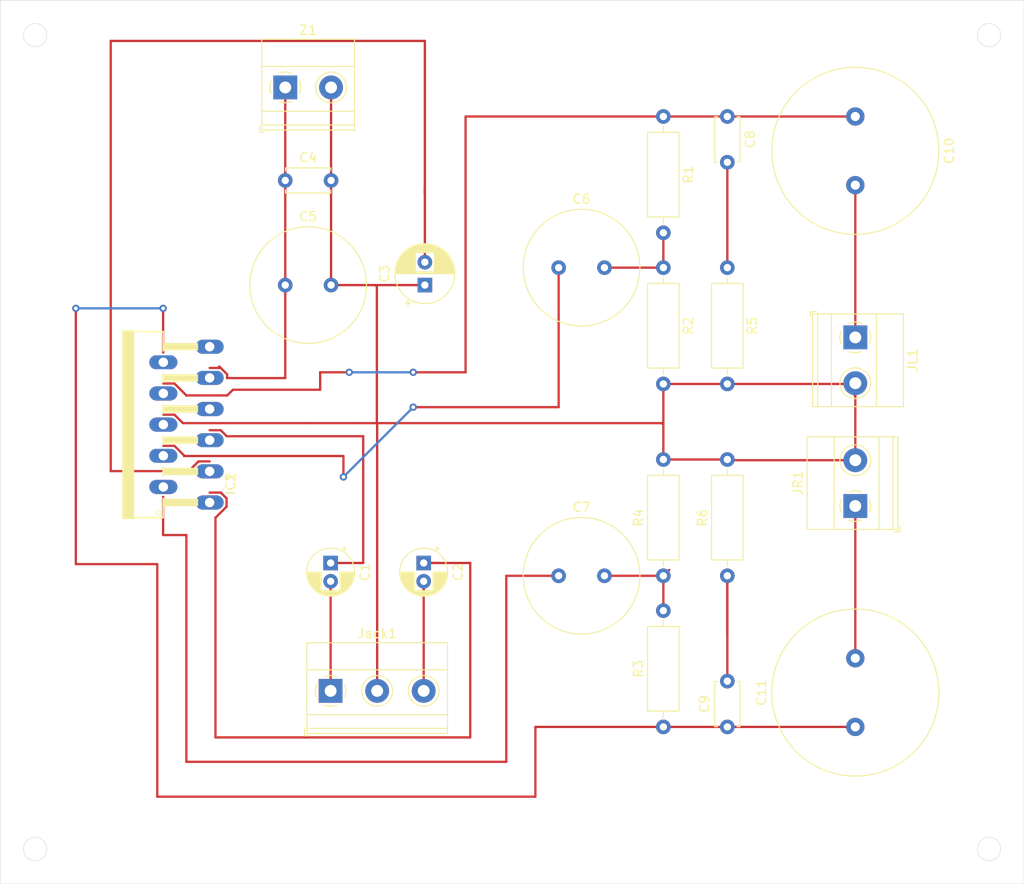
<source format=kicad_pcb>
(kicad_pcb (version 20171130) (host pcbnew "(5.1.12)-1")

  (general
    (thickness 1.6)
    (drawings 9)
    (tracks 129)
    (zones 0)
    (modules 23)
    (nets 20)
  )

  (page A4)
  (layers
    (0 F.Cu signal)
    (31 B.Cu signal)
    (32 B.Adhes user)
    (33 F.Adhes user)
    (34 B.Paste user)
    (35 F.Paste user)
    (36 B.SilkS user)
    (37 F.SilkS user)
    (38 B.Mask user)
    (39 F.Mask user)
    (40 Dwgs.User user)
    (41 Cmts.User user)
    (42 Eco1.User user)
    (43 Eco2.User user)
    (44 Edge.Cuts user)
    (45 Margin user)
    (46 B.CrtYd user)
    (47 F.CrtYd user)
    (48 B.Fab user)
    (49 F.Fab user)
  )

  (setup
    (last_trace_width 0.25)
    (trace_clearance 0.2)
    (zone_clearance 0.508)
    (zone_45_only no)
    (trace_min 0.2)
    (via_size 0.8)
    (via_drill 0.4)
    (via_min_size 0.4)
    (via_min_drill 0.3)
    (uvia_size 0.3)
    (uvia_drill 0.1)
    (uvias_allowed no)
    (uvia_min_size 0.2)
    (uvia_min_drill 0.1)
    (edge_width 0.05)
    (segment_width 0.2)
    (pcb_text_width 0.3)
    (pcb_text_size 1.5 1.5)
    (mod_edge_width 0.12)
    (mod_text_size 1 1)
    (mod_text_width 0.15)
    (pad_size 1.524 1.524)
    (pad_drill 0.762)
    (pad_to_mask_clearance 0)
    (aux_axis_origin 0 0)
    (visible_elements 7FFFFFFF)
    (pcbplotparams
      (layerselection 0x010fc_ffffffff)
      (usegerberextensions false)
      (usegerberattributes true)
      (usegerberadvancedattributes true)
      (creategerberjobfile true)
      (excludeedgelayer true)
      (linewidth 0.100000)
      (plotframeref false)
      (viasonmask false)
      (mode 1)
      (useauxorigin false)
      (hpglpennumber 1)
      (hpglpenspeed 20)
      (hpglpendiameter 15.000000)
      (psnegative false)
      (psa4output false)
      (plotreference true)
      (plotvalue true)
      (plotinvisibletext false)
      (padsonsilk false)
      (subtractmaskfromsilk false)
      (outputformat 1)
      (mirror false)
      (drillshape 1)
      (scaleselection 1)
      (outputdirectory ""))
  )

  (net 0 "")
  (net 1 "Net-(C1-Pad2)")
  (net 2 "Net-(C1-Pad1)")
  (net 3 "Net-(C2-Pad2)")
  (net 4 "Net-(C2-Pad1)")
  (net 5 "Net-(C3-Pad2)")
  (net 6 GND)
  (net 7 +24V)
  (net 8 "Net-(C6-Pad2)")
  (net 9 "Net-(C6-Pad1)")
  (net 10 "Net-(C7-Pad2)")
  (net 11 "Net-(C7-Pad1)")
  (net 12 "Net-(C8-Pad2)")
  (net 13 "Net-(C10-Pad1)")
  (net 14 "Net-(C9-Pad2)")
  (net 15 "Net-(C11-Pad1)")
  (net 16 "Net-(C10-Pad2)")
  (net 17 "Net-(C11-Pad2)")
  (net 18 "Net-(IC1-Pad11)")
  (net 19 "Net-(IC2-Pad7)")

  (net_class Default "This is the default net class."
    (clearance 0.2)
    (trace_width 0.25)
    (via_dia 0.8)
    (via_drill 0.4)
    (uvia_dia 0.3)
    (uvia_drill 0.1)
    (add_net +24V)
    (add_net GND)
    (add_net "Net-(C1-Pad1)")
    (add_net "Net-(C1-Pad2)")
    (add_net "Net-(C10-Pad1)")
    (add_net "Net-(C10-Pad2)")
    (add_net "Net-(C11-Pad1)")
    (add_net "Net-(C11-Pad2)")
    (add_net "Net-(C2-Pad1)")
    (add_net "Net-(C2-Pad2)")
    (add_net "Net-(C3-Pad2)")
    (add_net "Net-(C6-Pad1)")
    (add_net "Net-(C6-Pad2)")
    (add_net "Net-(C7-Pad1)")
    (add_net "Net-(C7-Pad2)")
    (add_net "Net-(C8-Pad2)")
    (add_net "Net-(C9-Pad2)")
    (add_net "Net-(IC1-Pad11)")
    (add_net "Net-(IC2-Pad7)")
  )

  (net_class 1 ""
    (clearance 0.2)
    (trace_width 1)
    (via_dia 0.8)
    (via_drill 0.4)
    (uvia_dia 0.3)
    (uvia_drill 0.1)
  )

  (module Capacitor_THT:C_Radial_D18.0mm_H35.5mm_P7.50mm (layer F.Cu) (tedit 5BC5C9BA) (tstamp 61B73AA4)
    (at 126.365 99.695 90)
    (descr "C, Radial series, Radial, pin pitch=7.50mm, diameter=18mm, height=35.5mm, Non-Polar Electrolytic Capacitor")
    (tags "C Radial series Radial pin pitch 7.50mm diameter 18mm height 35.5mm Non-Polar Electrolytic Capacitor")
    (path /61B69D97)
    (fp_text reference C11 (at 3.75 -10.25 90) (layer F.SilkS)
      (effects (font (size 1 1) (thickness 0.15)))
    )
    (fp_text value 2200uF (at 3.75 10.25 90) (layer F.Fab)
      (effects (font (size 1 1) (thickness 0.15)))
    )
    (fp_text user %R (at 3.75 0 90) (layer F.Fab)
      (effects (font (size 1 1) (thickness 0.15)))
    )
    (fp_circle (center 3.75 0) (end 12.75 0) (layer F.Fab) (width 0.1))
    (fp_circle (center 3.75 0) (end 12.87 0) (layer F.SilkS) (width 0.12))
    (fp_circle (center 3.75 0) (end 13 0) (layer F.CrtYd) (width 0.05))
    (pad 2 thru_hole circle (at 7.5 0 90) (size 2 2) (drill 1) (layers *.Cu *.Mask)
      (net 17 "Net-(C11-Pad2)"))
    (pad 1 thru_hole circle (at 0 0 90) (size 2 2) (drill 1) (layers *.Cu *.Mask)
      (net 15 "Net-(C11-Pad1)"))
    (model ${KISYS3DMOD}/Capacitor_THT.3dshapes/C_Radial_D18.0mm_H35.5mm_P7.50mm.wrl
      (at (xyz 0 0 0))
      (scale (xyz 1 1 1))
      (rotate (xyz 0 0 0))
    )
  )

  (module Capacitor_THT:C_Radial_D18.0mm_H35.5mm_P7.50mm (layer F.Cu) (tedit 5BC5C9BA) (tstamp 61B739A8)
    (at 126.365 33.02 270)
    (descr "C, Radial series, Radial, pin pitch=7.50mm, diameter=18mm, height=35.5mm, Non-Polar Electrolytic Capacitor")
    (tags "C Radial series Radial pin pitch 7.50mm diameter 18mm height 35.5mm Non-Polar Electrolytic Capacitor")
    (path /61B74179)
    (fp_text reference C10 (at 3.75 -10.25 90) (layer F.SilkS)
      (effects (font (size 1 1) (thickness 0.15)))
    )
    (fp_text value 2200uF (at 3.75 10.25 90) (layer F.Fab)
      (effects (font (size 1 1) (thickness 0.15)))
    )
    (fp_text user %R (at 3.75 0 90) (layer F.Fab)
      (effects (font (size 1 1) (thickness 0.15)))
    )
    (fp_circle (center 3.75 0) (end 12.75 0) (layer F.Fab) (width 0.1))
    (fp_circle (center 3.75 0) (end 12.87 0) (layer F.SilkS) (width 0.12))
    (fp_circle (center 3.75 0) (end 13 0) (layer F.CrtYd) (width 0.05))
    (pad 2 thru_hole circle (at 7.5 0 270) (size 2 2) (drill 1) (layers *.Cu *.Mask)
      (net 16 "Net-(C10-Pad2)"))
    (pad 1 thru_hole circle (at 0 0 270) (size 2 2) (drill 1) (layers *.Cu *.Mask)
      (net 13 "Net-(C10-Pad1)"))
    (model ${KISYS3DMOD}/Capacitor_THT.3dshapes/C_Radial_D18.0mm_H35.5mm_P7.50mm.wrl
      (at (xyz 0 0 0))
      (scale (xyz 1 1 1))
      (rotate (xyz 0 0 0))
    )
  )

  (module Capacitor_THT:C_Disc_D4.7mm_W2.5mm_P5.00mm (layer F.Cu) (tedit 5AE50EF0) (tstamp 61B738AC)
    (at 112.395 99.695 90)
    (descr "C, Disc series, Radial, pin pitch=5.00mm, , diameter*width=4.7*2.5mm^2, Capacitor, http://www.vishay.com/docs/45233/krseries.pdf")
    (tags "C Disc series Radial pin pitch 5.00mm  diameter 4.7mm width 2.5mm Capacitor")
    (path /61B672D3)
    (fp_text reference C9 (at 2.5 -2.5 90) (layer F.SilkS)
      (effects (font (size 1 1) (thickness 0.15)))
    )
    (fp_text value 0,1uF (at 2.5 2.5 90) (layer F.Fab)
      (effects (font (size 1 1) (thickness 0.15)))
    )
    (fp_text user %R (at 2.5 0 90) (layer F.Fab)
      (effects (font (size 0.94 0.94) (thickness 0.141)))
    )
    (fp_line (start 0.15 -1.25) (end 0.15 1.25) (layer F.Fab) (width 0.1))
    (fp_line (start 0.15 1.25) (end 4.85 1.25) (layer F.Fab) (width 0.1))
    (fp_line (start 4.85 1.25) (end 4.85 -1.25) (layer F.Fab) (width 0.1))
    (fp_line (start 4.85 -1.25) (end 0.15 -1.25) (layer F.Fab) (width 0.1))
    (fp_line (start 0.03 -1.37) (end 4.97 -1.37) (layer F.SilkS) (width 0.12))
    (fp_line (start 0.03 1.37) (end 4.97 1.37) (layer F.SilkS) (width 0.12))
    (fp_line (start 0.03 -1.37) (end 0.03 -1.055) (layer F.SilkS) (width 0.12))
    (fp_line (start 0.03 1.055) (end 0.03 1.37) (layer F.SilkS) (width 0.12))
    (fp_line (start 4.97 -1.37) (end 4.97 -1.055) (layer F.SilkS) (width 0.12))
    (fp_line (start 4.97 1.055) (end 4.97 1.37) (layer F.SilkS) (width 0.12))
    (fp_line (start -1.05 -1.5) (end -1.05 1.5) (layer F.CrtYd) (width 0.05))
    (fp_line (start -1.05 1.5) (end 6.05 1.5) (layer F.CrtYd) (width 0.05))
    (fp_line (start 6.05 1.5) (end 6.05 -1.5) (layer F.CrtYd) (width 0.05))
    (fp_line (start 6.05 -1.5) (end -1.05 -1.5) (layer F.CrtYd) (width 0.05))
    (pad 2 thru_hole circle (at 5 0 90) (size 1.6 1.6) (drill 0.8) (layers *.Cu *.Mask)
      (net 14 "Net-(C9-Pad2)"))
    (pad 1 thru_hole circle (at 0 0 90) (size 1.6 1.6) (drill 0.8) (layers *.Cu *.Mask)
      (net 15 "Net-(C11-Pad1)"))
    (model ${KISYS3DMOD}/Capacitor_THT.3dshapes/C_Disc_D4.7mm_W2.5mm_P5.00mm.wrl
      (at (xyz 0 0 0))
      (scale (xyz 1 1 1))
      (rotate (xyz 0 0 0))
    )
  )

  (module Capacitor_THT:C_Disc_D4.7mm_W2.5mm_P5.00mm (layer F.Cu) (tedit 5AE50EF0) (tstamp 61B73899)
    (at 112.395 33.02 270)
    (descr "C, Disc series, Radial, pin pitch=5.00mm, , diameter*width=4.7*2.5mm^2, Capacitor, http://www.vishay.com/docs/45233/krseries.pdf")
    (tags "C Disc series Radial pin pitch 5.00mm  diameter 4.7mm width 2.5mm Capacitor")
    (path /61B74173)
    (fp_text reference C8 (at 2.5 -2.5 90) (layer F.SilkS)
      (effects (font (size 1 1) (thickness 0.15)))
    )
    (fp_text value 0,1uF (at 2.5 2.5 90) (layer F.Fab)
      (effects (font (size 1 1) (thickness 0.15)))
    )
    (fp_text user %R (at 2.5 0 90) (layer F.Fab)
      (effects (font (size 0.94 0.94) (thickness 0.141)))
    )
    (fp_line (start 0.15 -1.25) (end 0.15 1.25) (layer F.Fab) (width 0.1))
    (fp_line (start 0.15 1.25) (end 4.85 1.25) (layer F.Fab) (width 0.1))
    (fp_line (start 4.85 1.25) (end 4.85 -1.25) (layer F.Fab) (width 0.1))
    (fp_line (start 4.85 -1.25) (end 0.15 -1.25) (layer F.Fab) (width 0.1))
    (fp_line (start 0.03 -1.37) (end 4.97 -1.37) (layer F.SilkS) (width 0.12))
    (fp_line (start 0.03 1.37) (end 4.97 1.37) (layer F.SilkS) (width 0.12))
    (fp_line (start 0.03 -1.37) (end 0.03 -1.055) (layer F.SilkS) (width 0.12))
    (fp_line (start 0.03 1.055) (end 0.03 1.37) (layer F.SilkS) (width 0.12))
    (fp_line (start 4.97 -1.37) (end 4.97 -1.055) (layer F.SilkS) (width 0.12))
    (fp_line (start 4.97 1.055) (end 4.97 1.37) (layer F.SilkS) (width 0.12))
    (fp_line (start -1.05 -1.5) (end -1.05 1.5) (layer F.CrtYd) (width 0.05))
    (fp_line (start -1.05 1.5) (end 6.05 1.5) (layer F.CrtYd) (width 0.05))
    (fp_line (start 6.05 1.5) (end 6.05 -1.5) (layer F.CrtYd) (width 0.05))
    (fp_line (start 6.05 -1.5) (end -1.05 -1.5) (layer F.CrtYd) (width 0.05))
    (pad 2 thru_hole circle (at 5 0 270) (size 1.6 1.6) (drill 0.8) (layers *.Cu *.Mask)
      (net 12 "Net-(C8-Pad2)"))
    (pad 1 thru_hole circle (at 0 0 270) (size 1.6 1.6) (drill 0.8) (layers *.Cu *.Mask)
      (net 13 "Net-(C10-Pad1)"))
    (model ${KISYS3DMOD}/Capacitor_THT.3dshapes/C_Disc_D4.7mm_W2.5mm_P5.00mm.wrl
      (at (xyz 0 0 0))
      (scale (xyz 1 1 1))
      (rotate (xyz 0 0 0))
    )
  )

  (module Capacitor_THT:C_Radial_D12.5mm_H25.0mm_P5.00mm (layer F.Cu) (tedit 5BC5C9BA) (tstamp 61B73886)
    (at 93.98 83.185)
    (descr "C, Radial series, Radial, pin pitch=5.00mm, diameter=12.5mm, height=25mm, Non-Polar Electrolytic Capacitor")
    (tags "C Radial series Radial pin pitch 5.00mm diameter 12.5mm height 25mm Non-Polar Electrolytic Capacitor")
    (path /61B6CC19)
    (fp_text reference C7 (at 2.5 -7.5) (layer F.SilkS)
      (effects (font (size 1 1) (thickness 0.15)))
    )
    (fp_text value 220uF (at 2.5 7.5) (layer F.Fab)
      (effects (font (size 1 1) (thickness 0.15)))
    )
    (fp_text user %R (at 2.5 0) (layer F.Fab)
      (effects (font (size 1 1) (thickness 0.15)))
    )
    (fp_circle (center 2.5 0) (end 8.75 0) (layer F.Fab) (width 0.1))
    (fp_circle (center 2.5 0) (end 8.87 0) (layer F.SilkS) (width 0.12))
    (fp_circle (center 2.5 0) (end 9 0) (layer F.CrtYd) (width 0.05))
    (pad 2 thru_hole circle (at 5 0) (size 1.6 1.6) (drill 0.8) (layers *.Cu *.Mask)
      (net 10 "Net-(C7-Pad2)"))
    (pad 1 thru_hole circle (at 0 0) (size 1.6 1.6) (drill 0.8) (layers *.Cu *.Mask)
      (net 11 "Net-(C7-Pad1)"))
    (model ${KISYS3DMOD}/Capacitor_THT.3dshapes/C_Radial_D12.5mm_H25.0mm_P5.00mm.wrl
      (at (xyz 0 0 0))
      (scale (xyz 1 1 1))
      (rotate (xyz 0 0 0))
    )
  )

  (module Capacitor_THT:C_Radial_D12.5mm_H25.0mm_P5.00mm (layer F.Cu) (tedit 5BC5C9BA) (tstamp 61B79AD7)
    (at 93.98 49.53)
    (descr "C, Radial series, Radial, pin pitch=5.00mm, diameter=12.5mm, height=25mm, Non-Polar Electrolytic Capacitor")
    (tags "C Radial series Radial pin pitch 5.00mm diameter 12.5mm height 25mm Non-Polar Electrolytic Capacitor")
    (path /61B7417F)
    (fp_text reference C6 (at 2.5 -7.5) (layer F.SilkS)
      (effects (font (size 1 1) (thickness 0.15)))
    )
    (fp_text value 220uF (at 2.5 7.5) (layer F.Fab)
      (effects (font (size 1 1) (thickness 0.15)))
    )
    (fp_text user %R (at 2.5 0) (layer F.Fab)
      (effects (font (size 1 1) (thickness 0.15)))
    )
    (fp_circle (center 2.5 0) (end 8.75 0) (layer F.Fab) (width 0.1))
    (fp_circle (center 2.5 0) (end 8.87 0) (layer F.SilkS) (width 0.12))
    (fp_circle (center 2.5 0) (end 9 0) (layer F.CrtYd) (width 0.05))
    (pad 2 thru_hole circle (at 5 0) (size 1.6 1.6) (drill 0.8) (layers *.Cu *.Mask)
      (net 8 "Net-(C6-Pad2)"))
    (pad 1 thru_hole circle (at 0 0) (size 1.6 1.6) (drill 0.8) (layers *.Cu *.Mask)
      (net 9 "Net-(C6-Pad1)"))
    (model ${KISYS3DMOD}/Capacitor_THT.3dshapes/C_Radial_D12.5mm_H25.0mm_P5.00mm.wrl
      (at (xyz 0 0 0))
      (scale (xyz 1 1 1))
      (rotate (xyz 0 0 0))
    )
  )

  (module Capacitor_THT:C_Radial_D12.5mm_H20.0mm_P5.00mm (layer F.Cu) (tedit 5BC5C9BA) (tstamp 61B73860)
    (at 64.135 51.435)
    (descr "C, Radial series, Radial, pin pitch=5.00mm, diameter=12.5mm, height=20mm, Non-Polar Electrolytic Capacitor")
    (tags "C Radial series Radial pin pitch 5.00mm diameter 12.5mm height 20mm Non-Polar Electrolytic Capacitor")
    (path /61B6776D)
    (fp_text reference C5 (at 2.5 -7.5) (layer F.SilkS)
      (effects (font (size 1 1) (thickness 0.15)))
    )
    (fp_text value 100uF (at 2.5 7.5) (layer F.Fab)
      (effects (font (size 1 1) (thickness 0.15)))
    )
    (fp_text user %R (at 2.5 0) (layer F.Fab)
      (effects (font (size 1 1) (thickness 0.15)))
    )
    (fp_circle (center 2.5 0) (end 8.75 0) (layer F.Fab) (width 0.1))
    (fp_circle (center 2.5 0) (end 8.87 0) (layer F.SilkS) (width 0.12))
    (fp_circle (center 2.5 0) (end 9 0) (layer F.CrtYd) (width 0.05))
    (pad 2 thru_hole circle (at 5 0) (size 1.6 1.6) (drill 0.8) (layers *.Cu *.Mask)
      (net 6 GND))
    (pad 1 thru_hole circle (at 0 0) (size 1.6 1.6) (drill 0.8) (layers *.Cu *.Mask)
      (net 7 +24V))
    (model ${KISYS3DMOD}/Capacitor_THT.3dshapes/C_Radial_D12.5mm_H20.0mm_P5.00mm.wrl
      (at (xyz 0 0 0))
      (scale (xyz 1 1 1))
      (rotate (xyz 0 0 0))
    )
  )

  (module Capacitor_THT:C_Disc_D4.7mm_W2.5mm_P5.00mm (layer F.Cu) (tedit 5AE50EF0) (tstamp 61B7384D)
    (at 64.135 40.005)
    (descr "C, Disc series, Radial, pin pitch=5.00mm, , diameter*width=4.7*2.5mm^2, Capacitor, http://www.vishay.com/docs/45233/krseries.pdf")
    (tags "C Disc series Radial pin pitch 5.00mm  diameter 4.7mm width 2.5mm Capacitor")
    (path /61B6B124)
    (fp_text reference C4 (at 2.5 -2.5) (layer F.SilkS)
      (effects (font (size 1 1) (thickness 0.15)))
    )
    (fp_text value 0,1uF (at 2.5 2.5) (layer F.Fab)
      (effects (font (size 1 1) (thickness 0.15)))
    )
    (fp_text user %R (at 2.5 0) (layer F.Fab)
      (effects (font (size 0.94 0.94) (thickness 0.141)))
    )
    (fp_line (start 0.15 -1.25) (end 0.15 1.25) (layer F.Fab) (width 0.1))
    (fp_line (start 0.15 1.25) (end 4.85 1.25) (layer F.Fab) (width 0.1))
    (fp_line (start 4.85 1.25) (end 4.85 -1.25) (layer F.Fab) (width 0.1))
    (fp_line (start 4.85 -1.25) (end 0.15 -1.25) (layer F.Fab) (width 0.1))
    (fp_line (start 0.03 -1.37) (end 4.97 -1.37) (layer F.SilkS) (width 0.12))
    (fp_line (start 0.03 1.37) (end 4.97 1.37) (layer F.SilkS) (width 0.12))
    (fp_line (start 0.03 -1.37) (end 0.03 -1.055) (layer F.SilkS) (width 0.12))
    (fp_line (start 0.03 1.055) (end 0.03 1.37) (layer F.SilkS) (width 0.12))
    (fp_line (start 4.97 -1.37) (end 4.97 -1.055) (layer F.SilkS) (width 0.12))
    (fp_line (start 4.97 1.055) (end 4.97 1.37) (layer F.SilkS) (width 0.12))
    (fp_line (start -1.05 -1.5) (end -1.05 1.5) (layer F.CrtYd) (width 0.05))
    (fp_line (start -1.05 1.5) (end 6.05 1.5) (layer F.CrtYd) (width 0.05))
    (fp_line (start 6.05 1.5) (end 6.05 -1.5) (layer F.CrtYd) (width 0.05))
    (fp_line (start 6.05 -1.5) (end -1.05 -1.5) (layer F.CrtYd) (width 0.05))
    (pad 2 thru_hole circle (at 5 0) (size 1.6 1.6) (drill 0.8) (layers *.Cu *.Mask)
      (net 6 GND))
    (pad 1 thru_hole circle (at 0 0) (size 1.6 1.6) (drill 0.8) (layers *.Cu *.Mask)
      (net 7 +24V))
    (model ${KISYS3DMOD}/Capacitor_THT.3dshapes/C_Disc_D4.7mm_W2.5mm_P5.00mm.wrl
      (at (xyz 0 0 0))
      (scale (xyz 1 1 1))
      (rotate (xyz 0 0 0))
    )
  )

  (module Capacitor_THT:CP_Radial_D6.3mm_P2.50mm (layer F.Cu) (tedit 5AE50EF0) (tstamp 61B7383A)
    (at 79.375 51.435 90)
    (descr "CP, Radial series, Radial, pin pitch=2.50mm, , diameter=6.3mm, Electrolytic Capacitor")
    (tags "CP Radial series Radial pin pitch 2.50mm  diameter 6.3mm Electrolytic Capacitor")
    (path /61B6B60B)
    (fp_text reference C3 (at 1.25 -4.4 90) (layer F.SilkS)
      (effects (font (size 1 1) (thickness 0.15)))
    )
    (fp_text value 22uF (at 1.25 4.4 90) (layer F.Fab)
      (effects (font (size 1 1) (thickness 0.15)))
    )
    (fp_text user %R (at 1.25 0 90) (layer F.Fab)
      (effects (font (size 1 1) (thickness 0.15)))
    )
    (fp_circle (center 1.25 0) (end 4.4 0) (layer F.Fab) (width 0.1))
    (fp_circle (center 1.25 0) (end 4.52 0) (layer F.SilkS) (width 0.12))
    (fp_circle (center 1.25 0) (end 4.65 0) (layer F.CrtYd) (width 0.05))
    (fp_line (start -1.443972 -1.3735) (end -0.813972 -1.3735) (layer F.Fab) (width 0.1))
    (fp_line (start -1.128972 -1.6885) (end -1.128972 -1.0585) (layer F.Fab) (width 0.1))
    (fp_line (start 1.25 -3.23) (end 1.25 3.23) (layer F.SilkS) (width 0.12))
    (fp_line (start 1.29 -3.23) (end 1.29 3.23) (layer F.SilkS) (width 0.12))
    (fp_line (start 1.33 -3.23) (end 1.33 3.23) (layer F.SilkS) (width 0.12))
    (fp_line (start 1.37 -3.228) (end 1.37 3.228) (layer F.SilkS) (width 0.12))
    (fp_line (start 1.41 -3.227) (end 1.41 3.227) (layer F.SilkS) (width 0.12))
    (fp_line (start 1.45 -3.224) (end 1.45 3.224) (layer F.SilkS) (width 0.12))
    (fp_line (start 1.49 -3.222) (end 1.49 -1.04) (layer F.SilkS) (width 0.12))
    (fp_line (start 1.49 1.04) (end 1.49 3.222) (layer F.SilkS) (width 0.12))
    (fp_line (start 1.53 -3.218) (end 1.53 -1.04) (layer F.SilkS) (width 0.12))
    (fp_line (start 1.53 1.04) (end 1.53 3.218) (layer F.SilkS) (width 0.12))
    (fp_line (start 1.57 -3.215) (end 1.57 -1.04) (layer F.SilkS) (width 0.12))
    (fp_line (start 1.57 1.04) (end 1.57 3.215) (layer F.SilkS) (width 0.12))
    (fp_line (start 1.61 -3.211) (end 1.61 -1.04) (layer F.SilkS) (width 0.12))
    (fp_line (start 1.61 1.04) (end 1.61 3.211) (layer F.SilkS) (width 0.12))
    (fp_line (start 1.65 -3.206) (end 1.65 -1.04) (layer F.SilkS) (width 0.12))
    (fp_line (start 1.65 1.04) (end 1.65 3.206) (layer F.SilkS) (width 0.12))
    (fp_line (start 1.69 -3.201) (end 1.69 -1.04) (layer F.SilkS) (width 0.12))
    (fp_line (start 1.69 1.04) (end 1.69 3.201) (layer F.SilkS) (width 0.12))
    (fp_line (start 1.73 -3.195) (end 1.73 -1.04) (layer F.SilkS) (width 0.12))
    (fp_line (start 1.73 1.04) (end 1.73 3.195) (layer F.SilkS) (width 0.12))
    (fp_line (start 1.77 -3.189) (end 1.77 -1.04) (layer F.SilkS) (width 0.12))
    (fp_line (start 1.77 1.04) (end 1.77 3.189) (layer F.SilkS) (width 0.12))
    (fp_line (start 1.81 -3.182) (end 1.81 -1.04) (layer F.SilkS) (width 0.12))
    (fp_line (start 1.81 1.04) (end 1.81 3.182) (layer F.SilkS) (width 0.12))
    (fp_line (start 1.85 -3.175) (end 1.85 -1.04) (layer F.SilkS) (width 0.12))
    (fp_line (start 1.85 1.04) (end 1.85 3.175) (layer F.SilkS) (width 0.12))
    (fp_line (start 1.89 -3.167) (end 1.89 -1.04) (layer F.SilkS) (width 0.12))
    (fp_line (start 1.89 1.04) (end 1.89 3.167) (layer F.SilkS) (width 0.12))
    (fp_line (start 1.93 -3.159) (end 1.93 -1.04) (layer F.SilkS) (width 0.12))
    (fp_line (start 1.93 1.04) (end 1.93 3.159) (layer F.SilkS) (width 0.12))
    (fp_line (start 1.971 -3.15) (end 1.971 -1.04) (layer F.SilkS) (width 0.12))
    (fp_line (start 1.971 1.04) (end 1.971 3.15) (layer F.SilkS) (width 0.12))
    (fp_line (start 2.011 -3.141) (end 2.011 -1.04) (layer F.SilkS) (width 0.12))
    (fp_line (start 2.011 1.04) (end 2.011 3.141) (layer F.SilkS) (width 0.12))
    (fp_line (start 2.051 -3.131) (end 2.051 -1.04) (layer F.SilkS) (width 0.12))
    (fp_line (start 2.051 1.04) (end 2.051 3.131) (layer F.SilkS) (width 0.12))
    (fp_line (start 2.091 -3.121) (end 2.091 -1.04) (layer F.SilkS) (width 0.12))
    (fp_line (start 2.091 1.04) (end 2.091 3.121) (layer F.SilkS) (width 0.12))
    (fp_line (start 2.131 -3.11) (end 2.131 -1.04) (layer F.SilkS) (width 0.12))
    (fp_line (start 2.131 1.04) (end 2.131 3.11) (layer F.SilkS) (width 0.12))
    (fp_line (start 2.171 -3.098) (end 2.171 -1.04) (layer F.SilkS) (width 0.12))
    (fp_line (start 2.171 1.04) (end 2.171 3.098) (layer F.SilkS) (width 0.12))
    (fp_line (start 2.211 -3.086) (end 2.211 -1.04) (layer F.SilkS) (width 0.12))
    (fp_line (start 2.211 1.04) (end 2.211 3.086) (layer F.SilkS) (width 0.12))
    (fp_line (start 2.251 -3.074) (end 2.251 -1.04) (layer F.SilkS) (width 0.12))
    (fp_line (start 2.251 1.04) (end 2.251 3.074) (layer F.SilkS) (width 0.12))
    (fp_line (start 2.291 -3.061) (end 2.291 -1.04) (layer F.SilkS) (width 0.12))
    (fp_line (start 2.291 1.04) (end 2.291 3.061) (layer F.SilkS) (width 0.12))
    (fp_line (start 2.331 -3.047) (end 2.331 -1.04) (layer F.SilkS) (width 0.12))
    (fp_line (start 2.331 1.04) (end 2.331 3.047) (layer F.SilkS) (width 0.12))
    (fp_line (start 2.371 -3.033) (end 2.371 -1.04) (layer F.SilkS) (width 0.12))
    (fp_line (start 2.371 1.04) (end 2.371 3.033) (layer F.SilkS) (width 0.12))
    (fp_line (start 2.411 -3.018) (end 2.411 -1.04) (layer F.SilkS) (width 0.12))
    (fp_line (start 2.411 1.04) (end 2.411 3.018) (layer F.SilkS) (width 0.12))
    (fp_line (start 2.451 -3.002) (end 2.451 -1.04) (layer F.SilkS) (width 0.12))
    (fp_line (start 2.451 1.04) (end 2.451 3.002) (layer F.SilkS) (width 0.12))
    (fp_line (start 2.491 -2.986) (end 2.491 -1.04) (layer F.SilkS) (width 0.12))
    (fp_line (start 2.491 1.04) (end 2.491 2.986) (layer F.SilkS) (width 0.12))
    (fp_line (start 2.531 -2.97) (end 2.531 -1.04) (layer F.SilkS) (width 0.12))
    (fp_line (start 2.531 1.04) (end 2.531 2.97) (layer F.SilkS) (width 0.12))
    (fp_line (start 2.571 -2.952) (end 2.571 -1.04) (layer F.SilkS) (width 0.12))
    (fp_line (start 2.571 1.04) (end 2.571 2.952) (layer F.SilkS) (width 0.12))
    (fp_line (start 2.611 -2.934) (end 2.611 -1.04) (layer F.SilkS) (width 0.12))
    (fp_line (start 2.611 1.04) (end 2.611 2.934) (layer F.SilkS) (width 0.12))
    (fp_line (start 2.651 -2.916) (end 2.651 -1.04) (layer F.SilkS) (width 0.12))
    (fp_line (start 2.651 1.04) (end 2.651 2.916) (layer F.SilkS) (width 0.12))
    (fp_line (start 2.691 -2.896) (end 2.691 -1.04) (layer F.SilkS) (width 0.12))
    (fp_line (start 2.691 1.04) (end 2.691 2.896) (layer F.SilkS) (width 0.12))
    (fp_line (start 2.731 -2.876) (end 2.731 -1.04) (layer F.SilkS) (width 0.12))
    (fp_line (start 2.731 1.04) (end 2.731 2.876) (layer F.SilkS) (width 0.12))
    (fp_line (start 2.771 -2.856) (end 2.771 -1.04) (layer F.SilkS) (width 0.12))
    (fp_line (start 2.771 1.04) (end 2.771 2.856) (layer F.SilkS) (width 0.12))
    (fp_line (start 2.811 -2.834) (end 2.811 -1.04) (layer F.SilkS) (width 0.12))
    (fp_line (start 2.811 1.04) (end 2.811 2.834) (layer F.SilkS) (width 0.12))
    (fp_line (start 2.851 -2.812) (end 2.851 -1.04) (layer F.SilkS) (width 0.12))
    (fp_line (start 2.851 1.04) (end 2.851 2.812) (layer F.SilkS) (width 0.12))
    (fp_line (start 2.891 -2.79) (end 2.891 -1.04) (layer F.SilkS) (width 0.12))
    (fp_line (start 2.891 1.04) (end 2.891 2.79) (layer F.SilkS) (width 0.12))
    (fp_line (start 2.931 -2.766) (end 2.931 -1.04) (layer F.SilkS) (width 0.12))
    (fp_line (start 2.931 1.04) (end 2.931 2.766) (layer F.SilkS) (width 0.12))
    (fp_line (start 2.971 -2.742) (end 2.971 -1.04) (layer F.SilkS) (width 0.12))
    (fp_line (start 2.971 1.04) (end 2.971 2.742) (layer F.SilkS) (width 0.12))
    (fp_line (start 3.011 -2.716) (end 3.011 -1.04) (layer F.SilkS) (width 0.12))
    (fp_line (start 3.011 1.04) (end 3.011 2.716) (layer F.SilkS) (width 0.12))
    (fp_line (start 3.051 -2.69) (end 3.051 -1.04) (layer F.SilkS) (width 0.12))
    (fp_line (start 3.051 1.04) (end 3.051 2.69) (layer F.SilkS) (width 0.12))
    (fp_line (start 3.091 -2.664) (end 3.091 -1.04) (layer F.SilkS) (width 0.12))
    (fp_line (start 3.091 1.04) (end 3.091 2.664) (layer F.SilkS) (width 0.12))
    (fp_line (start 3.131 -2.636) (end 3.131 -1.04) (layer F.SilkS) (width 0.12))
    (fp_line (start 3.131 1.04) (end 3.131 2.636) (layer F.SilkS) (width 0.12))
    (fp_line (start 3.171 -2.607) (end 3.171 -1.04) (layer F.SilkS) (width 0.12))
    (fp_line (start 3.171 1.04) (end 3.171 2.607) (layer F.SilkS) (width 0.12))
    (fp_line (start 3.211 -2.578) (end 3.211 -1.04) (layer F.SilkS) (width 0.12))
    (fp_line (start 3.211 1.04) (end 3.211 2.578) (layer F.SilkS) (width 0.12))
    (fp_line (start 3.251 -2.548) (end 3.251 -1.04) (layer F.SilkS) (width 0.12))
    (fp_line (start 3.251 1.04) (end 3.251 2.548) (layer F.SilkS) (width 0.12))
    (fp_line (start 3.291 -2.516) (end 3.291 -1.04) (layer F.SilkS) (width 0.12))
    (fp_line (start 3.291 1.04) (end 3.291 2.516) (layer F.SilkS) (width 0.12))
    (fp_line (start 3.331 -2.484) (end 3.331 -1.04) (layer F.SilkS) (width 0.12))
    (fp_line (start 3.331 1.04) (end 3.331 2.484) (layer F.SilkS) (width 0.12))
    (fp_line (start 3.371 -2.45) (end 3.371 -1.04) (layer F.SilkS) (width 0.12))
    (fp_line (start 3.371 1.04) (end 3.371 2.45) (layer F.SilkS) (width 0.12))
    (fp_line (start 3.411 -2.416) (end 3.411 -1.04) (layer F.SilkS) (width 0.12))
    (fp_line (start 3.411 1.04) (end 3.411 2.416) (layer F.SilkS) (width 0.12))
    (fp_line (start 3.451 -2.38) (end 3.451 -1.04) (layer F.SilkS) (width 0.12))
    (fp_line (start 3.451 1.04) (end 3.451 2.38) (layer F.SilkS) (width 0.12))
    (fp_line (start 3.491 -2.343) (end 3.491 -1.04) (layer F.SilkS) (width 0.12))
    (fp_line (start 3.491 1.04) (end 3.491 2.343) (layer F.SilkS) (width 0.12))
    (fp_line (start 3.531 -2.305) (end 3.531 -1.04) (layer F.SilkS) (width 0.12))
    (fp_line (start 3.531 1.04) (end 3.531 2.305) (layer F.SilkS) (width 0.12))
    (fp_line (start 3.571 -2.265) (end 3.571 2.265) (layer F.SilkS) (width 0.12))
    (fp_line (start 3.611 -2.224) (end 3.611 2.224) (layer F.SilkS) (width 0.12))
    (fp_line (start 3.651 -2.182) (end 3.651 2.182) (layer F.SilkS) (width 0.12))
    (fp_line (start 3.691 -2.137) (end 3.691 2.137) (layer F.SilkS) (width 0.12))
    (fp_line (start 3.731 -2.092) (end 3.731 2.092) (layer F.SilkS) (width 0.12))
    (fp_line (start 3.771 -2.044) (end 3.771 2.044) (layer F.SilkS) (width 0.12))
    (fp_line (start 3.811 -1.995) (end 3.811 1.995) (layer F.SilkS) (width 0.12))
    (fp_line (start 3.851 -1.944) (end 3.851 1.944) (layer F.SilkS) (width 0.12))
    (fp_line (start 3.891 -1.89) (end 3.891 1.89) (layer F.SilkS) (width 0.12))
    (fp_line (start 3.931 -1.834) (end 3.931 1.834) (layer F.SilkS) (width 0.12))
    (fp_line (start 3.971 -1.776) (end 3.971 1.776) (layer F.SilkS) (width 0.12))
    (fp_line (start 4.011 -1.714) (end 4.011 1.714) (layer F.SilkS) (width 0.12))
    (fp_line (start 4.051 -1.65) (end 4.051 1.65) (layer F.SilkS) (width 0.12))
    (fp_line (start 4.091 -1.581) (end 4.091 1.581) (layer F.SilkS) (width 0.12))
    (fp_line (start 4.131 -1.509) (end 4.131 1.509) (layer F.SilkS) (width 0.12))
    (fp_line (start 4.171 -1.432) (end 4.171 1.432) (layer F.SilkS) (width 0.12))
    (fp_line (start 4.211 -1.35) (end 4.211 1.35) (layer F.SilkS) (width 0.12))
    (fp_line (start 4.251 -1.262) (end 4.251 1.262) (layer F.SilkS) (width 0.12))
    (fp_line (start 4.291 -1.165) (end 4.291 1.165) (layer F.SilkS) (width 0.12))
    (fp_line (start 4.331 -1.059) (end 4.331 1.059) (layer F.SilkS) (width 0.12))
    (fp_line (start 4.371 -0.94) (end 4.371 0.94) (layer F.SilkS) (width 0.12))
    (fp_line (start 4.411 -0.802) (end 4.411 0.802) (layer F.SilkS) (width 0.12))
    (fp_line (start 4.451 -0.633) (end 4.451 0.633) (layer F.SilkS) (width 0.12))
    (fp_line (start 4.491 -0.402) (end 4.491 0.402) (layer F.SilkS) (width 0.12))
    (fp_line (start -2.250241 -1.839) (end -1.620241 -1.839) (layer F.SilkS) (width 0.12))
    (fp_line (start -1.935241 -2.154) (end -1.935241 -1.524) (layer F.SilkS) (width 0.12))
    (pad 2 thru_hole circle (at 2.5 0 90) (size 1.6 1.6) (drill 0.8) (layers *.Cu *.Mask)
      (net 5 "Net-(C3-Pad2)"))
    (pad 1 thru_hole rect (at 0 0 90) (size 1.6 1.6) (drill 0.8) (layers *.Cu *.Mask)
      (net 6 GND))
    (model ${KISYS3DMOD}/Capacitor_THT.3dshapes/CP_Radial_D6.3mm_P2.50mm.wrl
      (at (xyz 0 0 0))
      (scale (xyz 1 1 1))
      (rotate (xyz 0 0 0))
    )
  )

  (module Capacitor_THT:CP_Radial_D5.0mm_P2.00mm (layer F.Cu) (tedit 5AE50EF0) (tstamp 61B73827)
    (at 79.248 81.788 270)
    (descr "CP, Radial series, Radial, pin pitch=2.00mm, , diameter=5mm, Electrolytic Capacitor")
    (tags "CP Radial series Radial pin pitch 2.00mm  diameter 5mm Electrolytic Capacitor")
    (path /61B6C4D1)
    (fp_text reference C2 (at 1 -3.75 90) (layer F.SilkS)
      (effects (font (size 1 1) (thickness 0.15)))
    )
    (fp_text value 2,2uF (at 1 3.75 90) (layer F.Fab)
      (effects (font (size 1 1) (thickness 0.15)))
    )
    (fp_text user %R (at 1 0 90) (layer F.Fab)
      (effects (font (size 1 1) (thickness 0.15)))
    )
    (fp_circle (center 1 0) (end 3.5 0) (layer F.Fab) (width 0.1))
    (fp_circle (center 1 0) (end 3.62 0) (layer F.SilkS) (width 0.12))
    (fp_circle (center 1 0) (end 3.75 0) (layer F.CrtYd) (width 0.05))
    (fp_line (start -1.133605 -1.0875) (end -0.633605 -1.0875) (layer F.Fab) (width 0.1))
    (fp_line (start -0.883605 -1.3375) (end -0.883605 -0.8375) (layer F.Fab) (width 0.1))
    (fp_line (start 1 1.04) (end 1 2.58) (layer F.SilkS) (width 0.12))
    (fp_line (start 1 -2.58) (end 1 -1.04) (layer F.SilkS) (width 0.12))
    (fp_line (start 1.04 1.04) (end 1.04 2.58) (layer F.SilkS) (width 0.12))
    (fp_line (start 1.04 -2.58) (end 1.04 -1.04) (layer F.SilkS) (width 0.12))
    (fp_line (start 1.08 -2.579) (end 1.08 -1.04) (layer F.SilkS) (width 0.12))
    (fp_line (start 1.08 1.04) (end 1.08 2.579) (layer F.SilkS) (width 0.12))
    (fp_line (start 1.12 -2.578) (end 1.12 -1.04) (layer F.SilkS) (width 0.12))
    (fp_line (start 1.12 1.04) (end 1.12 2.578) (layer F.SilkS) (width 0.12))
    (fp_line (start 1.16 -2.576) (end 1.16 -1.04) (layer F.SilkS) (width 0.12))
    (fp_line (start 1.16 1.04) (end 1.16 2.576) (layer F.SilkS) (width 0.12))
    (fp_line (start 1.2 -2.573) (end 1.2 -1.04) (layer F.SilkS) (width 0.12))
    (fp_line (start 1.2 1.04) (end 1.2 2.573) (layer F.SilkS) (width 0.12))
    (fp_line (start 1.24 -2.569) (end 1.24 -1.04) (layer F.SilkS) (width 0.12))
    (fp_line (start 1.24 1.04) (end 1.24 2.569) (layer F.SilkS) (width 0.12))
    (fp_line (start 1.28 -2.565) (end 1.28 -1.04) (layer F.SilkS) (width 0.12))
    (fp_line (start 1.28 1.04) (end 1.28 2.565) (layer F.SilkS) (width 0.12))
    (fp_line (start 1.32 -2.561) (end 1.32 -1.04) (layer F.SilkS) (width 0.12))
    (fp_line (start 1.32 1.04) (end 1.32 2.561) (layer F.SilkS) (width 0.12))
    (fp_line (start 1.36 -2.556) (end 1.36 -1.04) (layer F.SilkS) (width 0.12))
    (fp_line (start 1.36 1.04) (end 1.36 2.556) (layer F.SilkS) (width 0.12))
    (fp_line (start 1.4 -2.55) (end 1.4 -1.04) (layer F.SilkS) (width 0.12))
    (fp_line (start 1.4 1.04) (end 1.4 2.55) (layer F.SilkS) (width 0.12))
    (fp_line (start 1.44 -2.543) (end 1.44 -1.04) (layer F.SilkS) (width 0.12))
    (fp_line (start 1.44 1.04) (end 1.44 2.543) (layer F.SilkS) (width 0.12))
    (fp_line (start 1.48 -2.536) (end 1.48 -1.04) (layer F.SilkS) (width 0.12))
    (fp_line (start 1.48 1.04) (end 1.48 2.536) (layer F.SilkS) (width 0.12))
    (fp_line (start 1.52 -2.528) (end 1.52 -1.04) (layer F.SilkS) (width 0.12))
    (fp_line (start 1.52 1.04) (end 1.52 2.528) (layer F.SilkS) (width 0.12))
    (fp_line (start 1.56 -2.52) (end 1.56 -1.04) (layer F.SilkS) (width 0.12))
    (fp_line (start 1.56 1.04) (end 1.56 2.52) (layer F.SilkS) (width 0.12))
    (fp_line (start 1.6 -2.511) (end 1.6 -1.04) (layer F.SilkS) (width 0.12))
    (fp_line (start 1.6 1.04) (end 1.6 2.511) (layer F.SilkS) (width 0.12))
    (fp_line (start 1.64 -2.501) (end 1.64 -1.04) (layer F.SilkS) (width 0.12))
    (fp_line (start 1.64 1.04) (end 1.64 2.501) (layer F.SilkS) (width 0.12))
    (fp_line (start 1.68 -2.491) (end 1.68 -1.04) (layer F.SilkS) (width 0.12))
    (fp_line (start 1.68 1.04) (end 1.68 2.491) (layer F.SilkS) (width 0.12))
    (fp_line (start 1.721 -2.48) (end 1.721 -1.04) (layer F.SilkS) (width 0.12))
    (fp_line (start 1.721 1.04) (end 1.721 2.48) (layer F.SilkS) (width 0.12))
    (fp_line (start 1.761 -2.468) (end 1.761 -1.04) (layer F.SilkS) (width 0.12))
    (fp_line (start 1.761 1.04) (end 1.761 2.468) (layer F.SilkS) (width 0.12))
    (fp_line (start 1.801 -2.455) (end 1.801 -1.04) (layer F.SilkS) (width 0.12))
    (fp_line (start 1.801 1.04) (end 1.801 2.455) (layer F.SilkS) (width 0.12))
    (fp_line (start 1.841 -2.442) (end 1.841 -1.04) (layer F.SilkS) (width 0.12))
    (fp_line (start 1.841 1.04) (end 1.841 2.442) (layer F.SilkS) (width 0.12))
    (fp_line (start 1.881 -2.428) (end 1.881 -1.04) (layer F.SilkS) (width 0.12))
    (fp_line (start 1.881 1.04) (end 1.881 2.428) (layer F.SilkS) (width 0.12))
    (fp_line (start 1.921 -2.414) (end 1.921 -1.04) (layer F.SilkS) (width 0.12))
    (fp_line (start 1.921 1.04) (end 1.921 2.414) (layer F.SilkS) (width 0.12))
    (fp_line (start 1.961 -2.398) (end 1.961 -1.04) (layer F.SilkS) (width 0.12))
    (fp_line (start 1.961 1.04) (end 1.961 2.398) (layer F.SilkS) (width 0.12))
    (fp_line (start 2.001 -2.382) (end 2.001 -1.04) (layer F.SilkS) (width 0.12))
    (fp_line (start 2.001 1.04) (end 2.001 2.382) (layer F.SilkS) (width 0.12))
    (fp_line (start 2.041 -2.365) (end 2.041 -1.04) (layer F.SilkS) (width 0.12))
    (fp_line (start 2.041 1.04) (end 2.041 2.365) (layer F.SilkS) (width 0.12))
    (fp_line (start 2.081 -2.348) (end 2.081 -1.04) (layer F.SilkS) (width 0.12))
    (fp_line (start 2.081 1.04) (end 2.081 2.348) (layer F.SilkS) (width 0.12))
    (fp_line (start 2.121 -2.329) (end 2.121 -1.04) (layer F.SilkS) (width 0.12))
    (fp_line (start 2.121 1.04) (end 2.121 2.329) (layer F.SilkS) (width 0.12))
    (fp_line (start 2.161 -2.31) (end 2.161 -1.04) (layer F.SilkS) (width 0.12))
    (fp_line (start 2.161 1.04) (end 2.161 2.31) (layer F.SilkS) (width 0.12))
    (fp_line (start 2.201 -2.29) (end 2.201 -1.04) (layer F.SilkS) (width 0.12))
    (fp_line (start 2.201 1.04) (end 2.201 2.29) (layer F.SilkS) (width 0.12))
    (fp_line (start 2.241 -2.268) (end 2.241 -1.04) (layer F.SilkS) (width 0.12))
    (fp_line (start 2.241 1.04) (end 2.241 2.268) (layer F.SilkS) (width 0.12))
    (fp_line (start 2.281 -2.247) (end 2.281 -1.04) (layer F.SilkS) (width 0.12))
    (fp_line (start 2.281 1.04) (end 2.281 2.247) (layer F.SilkS) (width 0.12))
    (fp_line (start 2.321 -2.224) (end 2.321 -1.04) (layer F.SilkS) (width 0.12))
    (fp_line (start 2.321 1.04) (end 2.321 2.224) (layer F.SilkS) (width 0.12))
    (fp_line (start 2.361 -2.2) (end 2.361 -1.04) (layer F.SilkS) (width 0.12))
    (fp_line (start 2.361 1.04) (end 2.361 2.2) (layer F.SilkS) (width 0.12))
    (fp_line (start 2.401 -2.175) (end 2.401 -1.04) (layer F.SilkS) (width 0.12))
    (fp_line (start 2.401 1.04) (end 2.401 2.175) (layer F.SilkS) (width 0.12))
    (fp_line (start 2.441 -2.149) (end 2.441 -1.04) (layer F.SilkS) (width 0.12))
    (fp_line (start 2.441 1.04) (end 2.441 2.149) (layer F.SilkS) (width 0.12))
    (fp_line (start 2.481 -2.122) (end 2.481 -1.04) (layer F.SilkS) (width 0.12))
    (fp_line (start 2.481 1.04) (end 2.481 2.122) (layer F.SilkS) (width 0.12))
    (fp_line (start 2.521 -2.095) (end 2.521 -1.04) (layer F.SilkS) (width 0.12))
    (fp_line (start 2.521 1.04) (end 2.521 2.095) (layer F.SilkS) (width 0.12))
    (fp_line (start 2.561 -2.065) (end 2.561 -1.04) (layer F.SilkS) (width 0.12))
    (fp_line (start 2.561 1.04) (end 2.561 2.065) (layer F.SilkS) (width 0.12))
    (fp_line (start 2.601 -2.035) (end 2.601 -1.04) (layer F.SilkS) (width 0.12))
    (fp_line (start 2.601 1.04) (end 2.601 2.035) (layer F.SilkS) (width 0.12))
    (fp_line (start 2.641 -2.004) (end 2.641 -1.04) (layer F.SilkS) (width 0.12))
    (fp_line (start 2.641 1.04) (end 2.641 2.004) (layer F.SilkS) (width 0.12))
    (fp_line (start 2.681 -1.971) (end 2.681 -1.04) (layer F.SilkS) (width 0.12))
    (fp_line (start 2.681 1.04) (end 2.681 1.971) (layer F.SilkS) (width 0.12))
    (fp_line (start 2.721 -1.937) (end 2.721 -1.04) (layer F.SilkS) (width 0.12))
    (fp_line (start 2.721 1.04) (end 2.721 1.937) (layer F.SilkS) (width 0.12))
    (fp_line (start 2.761 -1.901) (end 2.761 -1.04) (layer F.SilkS) (width 0.12))
    (fp_line (start 2.761 1.04) (end 2.761 1.901) (layer F.SilkS) (width 0.12))
    (fp_line (start 2.801 -1.864) (end 2.801 -1.04) (layer F.SilkS) (width 0.12))
    (fp_line (start 2.801 1.04) (end 2.801 1.864) (layer F.SilkS) (width 0.12))
    (fp_line (start 2.841 -1.826) (end 2.841 -1.04) (layer F.SilkS) (width 0.12))
    (fp_line (start 2.841 1.04) (end 2.841 1.826) (layer F.SilkS) (width 0.12))
    (fp_line (start 2.881 -1.785) (end 2.881 -1.04) (layer F.SilkS) (width 0.12))
    (fp_line (start 2.881 1.04) (end 2.881 1.785) (layer F.SilkS) (width 0.12))
    (fp_line (start 2.921 -1.743) (end 2.921 -1.04) (layer F.SilkS) (width 0.12))
    (fp_line (start 2.921 1.04) (end 2.921 1.743) (layer F.SilkS) (width 0.12))
    (fp_line (start 2.961 -1.699) (end 2.961 -1.04) (layer F.SilkS) (width 0.12))
    (fp_line (start 2.961 1.04) (end 2.961 1.699) (layer F.SilkS) (width 0.12))
    (fp_line (start 3.001 -1.653) (end 3.001 -1.04) (layer F.SilkS) (width 0.12))
    (fp_line (start 3.001 1.04) (end 3.001 1.653) (layer F.SilkS) (width 0.12))
    (fp_line (start 3.041 -1.605) (end 3.041 1.605) (layer F.SilkS) (width 0.12))
    (fp_line (start 3.081 -1.554) (end 3.081 1.554) (layer F.SilkS) (width 0.12))
    (fp_line (start 3.121 -1.5) (end 3.121 1.5) (layer F.SilkS) (width 0.12))
    (fp_line (start 3.161 -1.443) (end 3.161 1.443) (layer F.SilkS) (width 0.12))
    (fp_line (start 3.201 -1.383) (end 3.201 1.383) (layer F.SilkS) (width 0.12))
    (fp_line (start 3.241 -1.319) (end 3.241 1.319) (layer F.SilkS) (width 0.12))
    (fp_line (start 3.281 -1.251) (end 3.281 1.251) (layer F.SilkS) (width 0.12))
    (fp_line (start 3.321 -1.178) (end 3.321 1.178) (layer F.SilkS) (width 0.12))
    (fp_line (start 3.361 -1.098) (end 3.361 1.098) (layer F.SilkS) (width 0.12))
    (fp_line (start 3.401 -1.011) (end 3.401 1.011) (layer F.SilkS) (width 0.12))
    (fp_line (start 3.441 -0.915) (end 3.441 0.915) (layer F.SilkS) (width 0.12))
    (fp_line (start 3.481 -0.805) (end 3.481 0.805) (layer F.SilkS) (width 0.12))
    (fp_line (start 3.521 -0.677) (end 3.521 0.677) (layer F.SilkS) (width 0.12))
    (fp_line (start 3.561 -0.518) (end 3.561 0.518) (layer F.SilkS) (width 0.12))
    (fp_line (start 3.601 -0.284) (end 3.601 0.284) (layer F.SilkS) (width 0.12))
    (fp_line (start -1.804775 -1.475) (end -1.304775 -1.475) (layer F.SilkS) (width 0.12))
    (fp_line (start -1.554775 -1.725) (end -1.554775 -1.225) (layer F.SilkS) (width 0.12))
    (pad 2 thru_hole circle (at 2 0 270) (size 1.6 1.6) (drill 0.8) (layers *.Cu *.Mask)
      (net 3 "Net-(C2-Pad2)"))
    (pad 1 thru_hole rect (at 0 0 270) (size 1.6 1.6) (drill 0.8) (layers *.Cu *.Mask)
      (net 4 "Net-(C2-Pad1)"))
    (model ${KISYS3DMOD}/Capacitor_THT.3dshapes/CP_Radial_D5.0mm_P2.00mm.wrl
      (at (xyz 0 0 0))
      (scale (xyz 1 1 1))
      (rotate (xyz 0 0 0))
    )
  )

  (module Capacitor_THT:CP_Radial_D5.0mm_P2.00mm (layer F.Cu) (tedit 5AE50EF0) (tstamp 61B7377E)
    (at 69.088 81.788 270)
    (descr "CP, Radial series, Radial, pin pitch=2.00mm, , diameter=5mm, Electrolytic Capacitor")
    (tags "CP Radial series Radial pin pitch 2.00mm  diameter 5mm Electrolytic Capacitor")
    (path /61B7503A)
    (fp_text reference C1 (at 1 -3.75 90) (layer F.SilkS)
      (effects (font (size 1 1) (thickness 0.15)))
    )
    (fp_text value 2,2uF (at 1 3.75 90) (layer F.Fab)
      (effects (font (size 1 1) (thickness 0.15)))
    )
    (fp_text user %R (at 1 0 90) (layer F.Fab)
      (effects (font (size 1 1) (thickness 0.15)))
    )
    (fp_circle (center 1 0) (end 3.5 0) (layer F.Fab) (width 0.1))
    (fp_circle (center 1 0) (end 3.62 0) (layer F.SilkS) (width 0.12))
    (fp_circle (center 1 0) (end 3.75 0) (layer F.CrtYd) (width 0.05))
    (fp_line (start -1.133605 -1.0875) (end -0.633605 -1.0875) (layer F.Fab) (width 0.1))
    (fp_line (start -0.883605 -1.3375) (end -0.883605 -0.8375) (layer F.Fab) (width 0.1))
    (fp_line (start 1 1.04) (end 1 2.58) (layer F.SilkS) (width 0.12))
    (fp_line (start 1 -2.58) (end 1 -1.04) (layer F.SilkS) (width 0.12))
    (fp_line (start 1.04 1.04) (end 1.04 2.58) (layer F.SilkS) (width 0.12))
    (fp_line (start 1.04 -2.58) (end 1.04 -1.04) (layer F.SilkS) (width 0.12))
    (fp_line (start 1.08 -2.579) (end 1.08 -1.04) (layer F.SilkS) (width 0.12))
    (fp_line (start 1.08 1.04) (end 1.08 2.579) (layer F.SilkS) (width 0.12))
    (fp_line (start 1.12 -2.578) (end 1.12 -1.04) (layer F.SilkS) (width 0.12))
    (fp_line (start 1.12 1.04) (end 1.12 2.578) (layer F.SilkS) (width 0.12))
    (fp_line (start 1.16 -2.576) (end 1.16 -1.04) (layer F.SilkS) (width 0.12))
    (fp_line (start 1.16 1.04) (end 1.16 2.576) (layer F.SilkS) (width 0.12))
    (fp_line (start 1.2 -2.573) (end 1.2 -1.04) (layer F.SilkS) (width 0.12))
    (fp_line (start 1.2 1.04) (end 1.2 2.573) (layer F.SilkS) (width 0.12))
    (fp_line (start 1.24 -2.569) (end 1.24 -1.04) (layer F.SilkS) (width 0.12))
    (fp_line (start 1.24 1.04) (end 1.24 2.569) (layer F.SilkS) (width 0.12))
    (fp_line (start 1.28 -2.565) (end 1.28 -1.04) (layer F.SilkS) (width 0.12))
    (fp_line (start 1.28 1.04) (end 1.28 2.565) (layer F.SilkS) (width 0.12))
    (fp_line (start 1.32 -2.561) (end 1.32 -1.04) (layer F.SilkS) (width 0.12))
    (fp_line (start 1.32 1.04) (end 1.32 2.561) (layer F.SilkS) (width 0.12))
    (fp_line (start 1.36 -2.556) (end 1.36 -1.04) (layer F.SilkS) (width 0.12))
    (fp_line (start 1.36 1.04) (end 1.36 2.556) (layer F.SilkS) (width 0.12))
    (fp_line (start 1.4 -2.55) (end 1.4 -1.04) (layer F.SilkS) (width 0.12))
    (fp_line (start 1.4 1.04) (end 1.4 2.55) (layer F.SilkS) (width 0.12))
    (fp_line (start 1.44 -2.543) (end 1.44 -1.04) (layer F.SilkS) (width 0.12))
    (fp_line (start 1.44 1.04) (end 1.44 2.543) (layer F.SilkS) (width 0.12))
    (fp_line (start 1.48 -2.536) (end 1.48 -1.04) (layer F.SilkS) (width 0.12))
    (fp_line (start 1.48 1.04) (end 1.48 2.536) (layer F.SilkS) (width 0.12))
    (fp_line (start 1.52 -2.528) (end 1.52 -1.04) (layer F.SilkS) (width 0.12))
    (fp_line (start 1.52 1.04) (end 1.52 2.528) (layer F.SilkS) (width 0.12))
    (fp_line (start 1.56 -2.52) (end 1.56 -1.04) (layer F.SilkS) (width 0.12))
    (fp_line (start 1.56 1.04) (end 1.56 2.52) (layer F.SilkS) (width 0.12))
    (fp_line (start 1.6 -2.511) (end 1.6 -1.04) (layer F.SilkS) (width 0.12))
    (fp_line (start 1.6 1.04) (end 1.6 2.511) (layer F.SilkS) (width 0.12))
    (fp_line (start 1.64 -2.501) (end 1.64 -1.04) (layer F.SilkS) (width 0.12))
    (fp_line (start 1.64 1.04) (end 1.64 2.501) (layer F.SilkS) (width 0.12))
    (fp_line (start 1.68 -2.491) (end 1.68 -1.04) (layer F.SilkS) (width 0.12))
    (fp_line (start 1.68 1.04) (end 1.68 2.491) (layer F.SilkS) (width 0.12))
    (fp_line (start 1.721 -2.48) (end 1.721 -1.04) (layer F.SilkS) (width 0.12))
    (fp_line (start 1.721 1.04) (end 1.721 2.48) (layer F.SilkS) (width 0.12))
    (fp_line (start 1.761 -2.468) (end 1.761 -1.04) (layer F.SilkS) (width 0.12))
    (fp_line (start 1.761 1.04) (end 1.761 2.468) (layer F.SilkS) (width 0.12))
    (fp_line (start 1.801 -2.455) (end 1.801 -1.04) (layer F.SilkS) (width 0.12))
    (fp_line (start 1.801 1.04) (end 1.801 2.455) (layer F.SilkS) (width 0.12))
    (fp_line (start 1.841 -2.442) (end 1.841 -1.04) (layer F.SilkS) (width 0.12))
    (fp_line (start 1.841 1.04) (end 1.841 2.442) (layer F.SilkS) (width 0.12))
    (fp_line (start 1.881 -2.428) (end 1.881 -1.04) (layer F.SilkS) (width 0.12))
    (fp_line (start 1.881 1.04) (end 1.881 2.428) (layer F.SilkS) (width 0.12))
    (fp_line (start 1.921 -2.414) (end 1.921 -1.04) (layer F.SilkS) (width 0.12))
    (fp_line (start 1.921 1.04) (end 1.921 2.414) (layer F.SilkS) (width 0.12))
    (fp_line (start 1.961 -2.398) (end 1.961 -1.04) (layer F.SilkS) (width 0.12))
    (fp_line (start 1.961 1.04) (end 1.961 2.398) (layer F.SilkS) (width 0.12))
    (fp_line (start 2.001 -2.382) (end 2.001 -1.04) (layer F.SilkS) (width 0.12))
    (fp_line (start 2.001 1.04) (end 2.001 2.382) (layer F.SilkS) (width 0.12))
    (fp_line (start 2.041 -2.365) (end 2.041 -1.04) (layer F.SilkS) (width 0.12))
    (fp_line (start 2.041 1.04) (end 2.041 2.365) (layer F.SilkS) (width 0.12))
    (fp_line (start 2.081 -2.348) (end 2.081 -1.04) (layer F.SilkS) (width 0.12))
    (fp_line (start 2.081 1.04) (end 2.081 2.348) (layer F.SilkS) (width 0.12))
    (fp_line (start 2.121 -2.329) (end 2.121 -1.04) (layer F.SilkS) (width 0.12))
    (fp_line (start 2.121 1.04) (end 2.121 2.329) (layer F.SilkS) (width 0.12))
    (fp_line (start 2.161 -2.31) (end 2.161 -1.04) (layer F.SilkS) (width 0.12))
    (fp_line (start 2.161 1.04) (end 2.161 2.31) (layer F.SilkS) (width 0.12))
    (fp_line (start 2.201 -2.29) (end 2.201 -1.04) (layer F.SilkS) (width 0.12))
    (fp_line (start 2.201 1.04) (end 2.201 2.29) (layer F.SilkS) (width 0.12))
    (fp_line (start 2.241 -2.268) (end 2.241 -1.04) (layer F.SilkS) (width 0.12))
    (fp_line (start 2.241 1.04) (end 2.241 2.268) (layer F.SilkS) (width 0.12))
    (fp_line (start 2.281 -2.247) (end 2.281 -1.04) (layer F.SilkS) (width 0.12))
    (fp_line (start 2.281 1.04) (end 2.281 2.247) (layer F.SilkS) (width 0.12))
    (fp_line (start 2.321 -2.224) (end 2.321 -1.04) (layer F.SilkS) (width 0.12))
    (fp_line (start 2.321 1.04) (end 2.321 2.224) (layer F.SilkS) (width 0.12))
    (fp_line (start 2.361 -2.2) (end 2.361 -1.04) (layer F.SilkS) (width 0.12))
    (fp_line (start 2.361 1.04) (end 2.361 2.2) (layer F.SilkS) (width 0.12))
    (fp_line (start 2.401 -2.175) (end 2.401 -1.04) (layer F.SilkS) (width 0.12))
    (fp_line (start 2.401 1.04) (end 2.401 2.175) (layer F.SilkS) (width 0.12))
    (fp_line (start 2.441 -2.149) (end 2.441 -1.04) (layer F.SilkS) (width 0.12))
    (fp_line (start 2.441 1.04) (end 2.441 2.149) (layer F.SilkS) (width 0.12))
    (fp_line (start 2.481 -2.122) (end 2.481 -1.04) (layer F.SilkS) (width 0.12))
    (fp_line (start 2.481 1.04) (end 2.481 2.122) (layer F.SilkS) (width 0.12))
    (fp_line (start 2.521 -2.095) (end 2.521 -1.04) (layer F.SilkS) (width 0.12))
    (fp_line (start 2.521 1.04) (end 2.521 2.095) (layer F.SilkS) (width 0.12))
    (fp_line (start 2.561 -2.065) (end 2.561 -1.04) (layer F.SilkS) (width 0.12))
    (fp_line (start 2.561 1.04) (end 2.561 2.065) (layer F.SilkS) (width 0.12))
    (fp_line (start 2.601 -2.035) (end 2.601 -1.04) (layer F.SilkS) (width 0.12))
    (fp_line (start 2.601 1.04) (end 2.601 2.035) (layer F.SilkS) (width 0.12))
    (fp_line (start 2.641 -2.004) (end 2.641 -1.04) (layer F.SilkS) (width 0.12))
    (fp_line (start 2.641 1.04) (end 2.641 2.004) (layer F.SilkS) (width 0.12))
    (fp_line (start 2.681 -1.971) (end 2.681 -1.04) (layer F.SilkS) (width 0.12))
    (fp_line (start 2.681 1.04) (end 2.681 1.971) (layer F.SilkS) (width 0.12))
    (fp_line (start 2.721 -1.937) (end 2.721 -1.04) (layer F.SilkS) (width 0.12))
    (fp_line (start 2.721 1.04) (end 2.721 1.937) (layer F.SilkS) (width 0.12))
    (fp_line (start 2.761 -1.901) (end 2.761 -1.04) (layer F.SilkS) (width 0.12))
    (fp_line (start 2.761 1.04) (end 2.761 1.901) (layer F.SilkS) (width 0.12))
    (fp_line (start 2.801 -1.864) (end 2.801 -1.04) (layer F.SilkS) (width 0.12))
    (fp_line (start 2.801 1.04) (end 2.801 1.864) (layer F.SilkS) (width 0.12))
    (fp_line (start 2.841 -1.826) (end 2.841 -1.04) (layer F.SilkS) (width 0.12))
    (fp_line (start 2.841 1.04) (end 2.841 1.826) (layer F.SilkS) (width 0.12))
    (fp_line (start 2.881 -1.785) (end 2.881 -1.04) (layer F.SilkS) (width 0.12))
    (fp_line (start 2.881 1.04) (end 2.881 1.785) (layer F.SilkS) (width 0.12))
    (fp_line (start 2.921 -1.743) (end 2.921 -1.04) (layer F.SilkS) (width 0.12))
    (fp_line (start 2.921 1.04) (end 2.921 1.743) (layer F.SilkS) (width 0.12))
    (fp_line (start 2.961 -1.699) (end 2.961 -1.04) (layer F.SilkS) (width 0.12))
    (fp_line (start 2.961 1.04) (end 2.961 1.699) (layer F.SilkS) (width 0.12))
    (fp_line (start 3.001 -1.653) (end 3.001 -1.04) (layer F.SilkS) (width 0.12))
    (fp_line (start 3.001 1.04) (end 3.001 1.653) (layer F.SilkS) (width 0.12))
    (fp_line (start 3.041 -1.605) (end 3.041 1.605) (layer F.SilkS) (width 0.12))
    (fp_line (start 3.081 -1.554) (end 3.081 1.554) (layer F.SilkS) (width 0.12))
    (fp_line (start 3.121 -1.5) (end 3.121 1.5) (layer F.SilkS) (width 0.12))
    (fp_line (start 3.161 -1.443) (end 3.161 1.443) (layer F.SilkS) (width 0.12))
    (fp_line (start 3.201 -1.383) (end 3.201 1.383) (layer F.SilkS) (width 0.12))
    (fp_line (start 3.241 -1.319) (end 3.241 1.319) (layer F.SilkS) (width 0.12))
    (fp_line (start 3.281 -1.251) (end 3.281 1.251) (layer F.SilkS) (width 0.12))
    (fp_line (start 3.321 -1.178) (end 3.321 1.178) (layer F.SilkS) (width 0.12))
    (fp_line (start 3.361 -1.098) (end 3.361 1.098) (layer F.SilkS) (width 0.12))
    (fp_line (start 3.401 -1.011) (end 3.401 1.011) (layer F.SilkS) (width 0.12))
    (fp_line (start 3.441 -0.915) (end 3.441 0.915) (layer F.SilkS) (width 0.12))
    (fp_line (start 3.481 -0.805) (end 3.481 0.805) (layer F.SilkS) (width 0.12))
    (fp_line (start 3.521 -0.677) (end 3.521 0.677) (layer F.SilkS) (width 0.12))
    (fp_line (start 3.561 -0.518) (end 3.561 0.518) (layer F.SilkS) (width 0.12))
    (fp_line (start 3.601 -0.284) (end 3.601 0.284) (layer F.SilkS) (width 0.12))
    (fp_line (start -1.804775 -1.475) (end -1.304775 -1.475) (layer F.SilkS) (width 0.12))
    (fp_line (start -1.554775 -1.725) (end -1.554775 -1.225) (layer F.SilkS) (width 0.12))
    (pad 2 thru_hole circle (at 2 0 270) (size 1.6 1.6) (drill 0.8) (layers *.Cu *.Mask)
      (net 1 "Net-(C1-Pad2)"))
    (pad 1 thru_hole rect (at 0 0 270) (size 1.6 1.6) (drill 0.8) (layers *.Cu *.Mask)
      (net 2 "Net-(C1-Pad1)"))
    (model ${KISYS3DMOD}/Capacitor_THT.3dshapes/CP_Radial_D5.0mm_P2.00mm.wrl
      (at (xyz 0 0 0))
      (scale (xyz 1 1 1))
      (rotate (xyz 0 0 0))
    )
  )

  (module Resistor_THT:R_Axial_DIN0309_L9.0mm_D3.2mm_P12.70mm_Horizontal (layer F.Cu) (tedit 5AE5139B) (tstamp 61B73BE1)
    (at 105.41 83.185 90)
    (descr "Resistor, Axial_DIN0309 series, Axial, Horizontal, pin pitch=12.7mm, 0.5W = 1/2W, length*diameter=9*3.2mm^2, http://cdn-reichelt.de/documents/datenblatt/B400/1_4W%23YAG.pdf")
    (tags "Resistor Axial_DIN0309 series Axial Horizontal pin pitch 12.7mm 0.5W = 1/2W length 9mm diameter 3.2mm")
    (path /61B6E985)
    (fp_text reference R4 (at 6.35 -2.72 90) (layer F.SilkS)
      (effects (font (size 1 1) (thickness 0.15)))
    )
    (fp_text value 18Ω (at 6.35 2.72 90) (layer F.Fab)
      (effects (font (size 1 1) (thickness 0.15)))
    )
    (fp_line (start 13.75 -1.85) (end -1.05 -1.85) (layer F.CrtYd) (width 0.05))
    (fp_line (start 13.75 1.85) (end 13.75 -1.85) (layer F.CrtYd) (width 0.05))
    (fp_line (start -1.05 1.85) (end 13.75 1.85) (layer F.CrtYd) (width 0.05))
    (fp_line (start -1.05 -1.85) (end -1.05 1.85) (layer F.CrtYd) (width 0.05))
    (fp_line (start 11.66 0) (end 10.97 0) (layer F.SilkS) (width 0.12))
    (fp_line (start 1.04 0) (end 1.73 0) (layer F.SilkS) (width 0.12))
    (fp_line (start 10.97 -1.72) (end 1.73 -1.72) (layer F.SilkS) (width 0.12))
    (fp_line (start 10.97 1.72) (end 10.97 -1.72) (layer F.SilkS) (width 0.12))
    (fp_line (start 1.73 1.72) (end 10.97 1.72) (layer F.SilkS) (width 0.12))
    (fp_line (start 1.73 -1.72) (end 1.73 1.72) (layer F.SilkS) (width 0.12))
    (fp_line (start 12.7 0) (end 10.85 0) (layer F.Fab) (width 0.1))
    (fp_line (start 0 0) (end 1.85 0) (layer F.Fab) (width 0.1))
    (fp_line (start 10.85 -1.6) (end 1.85 -1.6) (layer F.Fab) (width 0.1))
    (fp_line (start 10.85 1.6) (end 10.85 -1.6) (layer F.Fab) (width 0.1))
    (fp_line (start 1.85 1.6) (end 10.85 1.6) (layer F.Fab) (width 0.1))
    (fp_line (start 1.85 -1.6) (end 1.85 1.6) (layer F.Fab) (width 0.1))
    (fp_text user %R (at 6.35 0 90) (layer F.Fab)
      (effects (font (size 1 1) (thickness 0.15)))
    )
    (pad 2 thru_hole oval (at 12.7 0 90) (size 1.6 1.6) (drill 0.8) (layers *.Cu *.Mask)
      (net 6 GND))
    (pad 1 thru_hole circle (at 0 0 90) (size 1.6 1.6) (drill 0.8) (layers *.Cu *.Mask)
      (net 10 "Net-(C7-Pad2)"))
    (model ${KISYS3DMOD}/Resistor_THT.3dshapes/R_Axial_DIN0309_L9.0mm_D3.2mm_P12.70mm_Horizontal.wrl
      (at (xyz 0 0 0))
      (scale (xyz 1 1 1))
      (rotate (xyz 0 0 0))
    )
  )

  (module Resistor_THT:R_Axial_DIN0309_L9.0mm_D3.2mm_P12.70mm_Horizontal (layer F.Cu) (tedit 5AE5139B) (tstamp 61B73BCA)
    (at 105.41 99.695 90)
    (descr "Resistor, Axial_DIN0309 series, Axial, Horizontal, pin pitch=12.7mm, 0.5W = 1/2W, length*diameter=9*3.2mm^2, http://cdn-reichelt.de/documents/datenblatt/B400/1_4W%23YAG.pdf")
    (tags "Resistor Axial_DIN0309 series Axial Horizontal pin pitch 12.7mm 0.5W = 1/2W length 9mm diameter 3.2mm")
    (path /61B66EEC)
    (fp_text reference R3 (at 6.35 -2.72 90) (layer F.SilkS)
      (effects (font (size 1 1) (thickness 0.15)))
    )
    (fp_text value 1,3kΩ (at 6.35 2.72 90) (layer F.Fab)
      (effects (font (size 1 1) (thickness 0.15)))
    )
    (fp_line (start 13.75 -1.85) (end -1.05 -1.85) (layer F.CrtYd) (width 0.05))
    (fp_line (start 13.75 1.85) (end 13.75 -1.85) (layer F.CrtYd) (width 0.05))
    (fp_line (start -1.05 1.85) (end 13.75 1.85) (layer F.CrtYd) (width 0.05))
    (fp_line (start -1.05 -1.85) (end -1.05 1.85) (layer F.CrtYd) (width 0.05))
    (fp_line (start 11.66 0) (end 10.97 0) (layer F.SilkS) (width 0.12))
    (fp_line (start 1.04 0) (end 1.73 0) (layer F.SilkS) (width 0.12))
    (fp_line (start 10.97 -1.72) (end 1.73 -1.72) (layer F.SilkS) (width 0.12))
    (fp_line (start 10.97 1.72) (end 10.97 -1.72) (layer F.SilkS) (width 0.12))
    (fp_line (start 1.73 1.72) (end 10.97 1.72) (layer F.SilkS) (width 0.12))
    (fp_line (start 1.73 -1.72) (end 1.73 1.72) (layer F.SilkS) (width 0.12))
    (fp_line (start 12.7 0) (end 10.85 0) (layer F.Fab) (width 0.1))
    (fp_line (start 0 0) (end 1.85 0) (layer F.Fab) (width 0.1))
    (fp_line (start 10.85 -1.6) (end 1.85 -1.6) (layer F.Fab) (width 0.1))
    (fp_line (start 10.85 1.6) (end 10.85 -1.6) (layer F.Fab) (width 0.1))
    (fp_line (start 1.85 1.6) (end 10.85 1.6) (layer F.Fab) (width 0.1))
    (fp_line (start 1.85 -1.6) (end 1.85 1.6) (layer F.Fab) (width 0.1))
    (fp_text user %R (at 6.35 0 90) (layer F.Fab)
      (effects (font (size 1 1) (thickness 0.15)))
    )
    (pad 2 thru_hole oval (at 12.7 0 90) (size 1.6 1.6) (drill 0.8) (layers *.Cu *.Mask)
      (net 10 "Net-(C7-Pad2)"))
    (pad 1 thru_hole circle (at 0 0 90) (size 1.6 1.6) (drill 0.8) (layers *.Cu *.Mask)
      (net 15 "Net-(C11-Pad1)"))
    (model ${KISYS3DMOD}/Resistor_THT.3dshapes/R_Axial_DIN0309_L9.0mm_D3.2mm_P12.70mm_Horizontal.wrl
      (at (xyz 0 0 0))
      (scale (xyz 1 1 1))
      (rotate (xyz 0 0 0))
    )
  )

  (module Resistor_THT:R_Axial_DIN0309_L9.0mm_D3.2mm_P12.70mm_Horizontal (layer F.Cu) (tedit 5AE5139B) (tstamp 61B73BF8)
    (at 112.395 49.53 270)
    (descr "Resistor, Axial_DIN0309 series, Axial, Horizontal, pin pitch=12.7mm, 0.5W = 1/2W, length*diameter=9*3.2mm^2, http://cdn-reichelt.de/documents/datenblatt/B400/1_4W%23YAG.pdf")
    (tags "Resistor Axial_DIN0309 series Axial Horizontal pin pitch 12.7mm 0.5W = 1/2W length 9mm diameter 3.2mm")
    (path /61B7418B)
    (fp_text reference R5 (at 6.35 -2.72 90) (layer F.SilkS)
      (effects (font (size 1 1) (thickness 0.15)))
    )
    (fp_text value 1Ω (at 6.35 2.72 90) (layer F.Fab)
      (effects (font (size 1 1) (thickness 0.15)))
    )
    (fp_line (start 1.85 -1.6) (end 1.85 1.6) (layer F.Fab) (width 0.1))
    (fp_line (start 1.85 1.6) (end 10.85 1.6) (layer F.Fab) (width 0.1))
    (fp_line (start 10.85 1.6) (end 10.85 -1.6) (layer F.Fab) (width 0.1))
    (fp_line (start 10.85 -1.6) (end 1.85 -1.6) (layer F.Fab) (width 0.1))
    (fp_line (start 0 0) (end 1.85 0) (layer F.Fab) (width 0.1))
    (fp_line (start 12.7 0) (end 10.85 0) (layer F.Fab) (width 0.1))
    (fp_line (start 1.73 -1.72) (end 1.73 1.72) (layer F.SilkS) (width 0.12))
    (fp_line (start 1.73 1.72) (end 10.97 1.72) (layer F.SilkS) (width 0.12))
    (fp_line (start 10.97 1.72) (end 10.97 -1.72) (layer F.SilkS) (width 0.12))
    (fp_line (start 10.97 -1.72) (end 1.73 -1.72) (layer F.SilkS) (width 0.12))
    (fp_line (start 1.04 0) (end 1.73 0) (layer F.SilkS) (width 0.12))
    (fp_line (start 11.66 0) (end 10.97 0) (layer F.SilkS) (width 0.12))
    (fp_line (start -1.05 -1.85) (end -1.05 1.85) (layer F.CrtYd) (width 0.05))
    (fp_line (start -1.05 1.85) (end 13.75 1.85) (layer F.CrtYd) (width 0.05))
    (fp_line (start 13.75 1.85) (end 13.75 -1.85) (layer F.CrtYd) (width 0.05))
    (fp_line (start 13.75 -1.85) (end -1.05 -1.85) (layer F.CrtYd) (width 0.05))
    (fp_text user %R (at 6.35 0 90) (layer F.Fab)
      (effects (font (size 1 1) (thickness 0.15)))
    )
    (pad 1 thru_hole circle (at 0 0 270) (size 1.6 1.6) (drill 0.8) (layers *.Cu *.Mask)
      (net 12 "Net-(C8-Pad2)"))
    (pad 2 thru_hole oval (at 12.7 0 270) (size 1.6 1.6) (drill 0.8) (layers *.Cu *.Mask)
      (net 6 GND))
    (model ${KISYS3DMOD}/Resistor_THT.3dshapes/R_Axial_DIN0309_L9.0mm_D3.2mm_P12.70mm_Horizontal.wrl
      (at (xyz 0 0 0))
      (scale (xyz 1 1 1))
      (rotate (xyz 0 0 0))
    )
  )

  (module TerminalBlock_Phoenix:TerminalBlock_Phoenix_MKDS-1,5-2_1x02_P5.00mm_Horizontal (layer F.Cu) (tedit 5B294EE5) (tstamp 61B73C3B)
    (at 64.135 29.845)
    (descr "Terminal Block Phoenix MKDS-1,5-2, 2 pins, pitch 5mm, size 10x9.8mm^2, drill diamater 1.3mm, pad diameter 2.6mm, see http://www.farnell.com/datasheets/100425.pdf, script-generated using https://github.com/pointhi/kicad-footprint-generator/scripts/TerminalBlock_Phoenix")
    (tags "THT Terminal Block Phoenix MKDS-1,5-2 pitch 5mm size 10x9.8mm^2 drill 1.3mm pad 2.6mm")
    (path /61C0776B)
    (fp_text reference Z1 (at 2.5 -6.26) (layer F.SilkS)
      (effects (font (size 1 1) (thickness 0.15)))
    )
    (fp_text value Conn_01x02 (at 2.5 5.66) (layer F.Fab)
      (effects (font (size 1 1) (thickness 0.15)))
    )
    (fp_line (start 8 -5.71) (end -3 -5.71) (layer F.CrtYd) (width 0.05))
    (fp_line (start 8 5.1) (end 8 -5.71) (layer F.CrtYd) (width 0.05))
    (fp_line (start -3 5.1) (end 8 5.1) (layer F.CrtYd) (width 0.05))
    (fp_line (start -3 -5.71) (end -3 5.1) (layer F.CrtYd) (width 0.05))
    (fp_line (start -2.8 4.9) (end -2.3 4.9) (layer F.SilkS) (width 0.12))
    (fp_line (start -2.8 4.16) (end -2.8 4.9) (layer F.SilkS) (width 0.12))
    (fp_line (start 3.773 1.023) (end 3.726 1.069) (layer F.SilkS) (width 0.12))
    (fp_line (start 6.07 -1.275) (end 6.035 -1.239) (layer F.SilkS) (width 0.12))
    (fp_line (start 3.966 1.239) (end 3.931 1.274) (layer F.SilkS) (width 0.12))
    (fp_line (start 6.275 -1.069) (end 6.228 -1.023) (layer F.SilkS) (width 0.12))
    (fp_line (start 5.955 -1.138) (end 3.863 0.955) (layer F.Fab) (width 0.1))
    (fp_line (start 6.138 -0.955) (end 4.046 1.138) (layer F.Fab) (width 0.1))
    (fp_line (start 0.955 -1.138) (end -1.138 0.955) (layer F.Fab) (width 0.1))
    (fp_line (start 1.138 -0.955) (end -0.955 1.138) (layer F.Fab) (width 0.1))
    (fp_line (start 7.56 -5.261) (end 7.56 4.66) (layer F.SilkS) (width 0.12))
    (fp_line (start -2.56 -5.261) (end -2.56 4.66) (layer F.SilkS) (width 0.12))
    (fp_line (start -2.56 4.66) (end 7.56 4.66) (layer F.SilkS) (width 0.12))
    (fp_line (start -2.56 -5.261) (end 7.56 -5.261) (layer F.SilkS) (width 0.12))
    (fp_line (start -2.56 -2.301) (end 7.56 -2.301) (layer F.SilkS) (width 0.12))
    (fp_line (start -2.5 -2.3) (end 7.5 -2.3) (layer F.Fab) (width 0.1))
    (fp_line (start -2.56 2.6) (end 7.56 2.6) (layer F.SilkS) (width 0.12))
    (fp_line (start -2.5 2.6) (end 7.5 2.6) (layer F.Fab) (width 0.1))
    (fp_line (start -2.56 4.1) (end 7.56 4.1) (layer F.SilkS) (width 0.12))
    (fp_line (start -2.5 4.1) (end 7.5 4.1) (layer F.Fab) (width 0.1))
    (fp_line (start -2.5 4.1) (end -2.5 -5.2) (layer F.Fab) (width 0.1))
    (fp_line (start -2 4.6) (end -2.5 4.1) (layer F.Fab) (width 0.1))
    (fp_line (start 7.5 4.6) (end -2 4.6) (layer F.Fab) (width 0.1))
    (fp_line (start 7.5 -5.2) (end 7.5 4.6) (layer F.Fab) (width 0.1))
    (fp_line (start -2.5 -5.2) (end 7.5 -5.2) (layer F.Fab) (width 0.1))
    (fp_circle (center 5 0) (end 6.68 0) (layer F.SilkS) (width 0.12))
    (fp_circle (center 5 0) (end 6.5 0) (layer F.Fab) (width 0.1))
    (fp_circle (center 0 0) (end 1.5 0) (layer F.Fab) (width 0.1))
    (fp_text user %R (at 2.5 3.2) (layer F.Fab)
      (effects (font (size 1 1) (thickness 0.15)))
    )
    (fp_arc (start 0 0) (end -0.684 1.535) (angle -25) (layer F.SilkS) (width 0.12))
    (fp_arc (start 0 0) (end -1.535 -0.684) (angle -48) (layer F.SilkS) (width 0.12))
    (fp_arc (start 0 0) (end 0.684 -1.535) (angle -48) (layer F.SilkS) (width 0.12))
    (fp_arc (start 0 0) (end 1.535 0.684) (angle -48) (layer F.SilkS) (width 0.12))
    (fp_arc (start 0 0) (end 0 1.68) (angle -24) (layer F.SilkS) (width 0.12))
    (pad 2 thru_hole circle (at 5 0) (size 2.6 2.6) (drill 1.3) (layers *.Cu *.Mask)
      (net 6 GND))
    (pad 1 thru_hole rect (at 0 0) (size 2.6 2.6) (drill 1.3) (layers *.Cu *.Mask)
      (net 7 +24V))
    (model ${KISYS3DMOD}/TerminalBlock_Phoenix.3dshapes/TerminalBlock_Phoenix_MKDS-1,5-2_1x02_P5.00mm_Horizontal.wrl
      (at (xyz 0 0 0))
      (scale (xyz 1 1 1))
      (rotate (xyz 0 0 0))
    )
  )

  (module Resistor_THT:R_Axial_DIN0309_L9.0mm_D3.2mm_P12.70mm_Horizontal (layer F.Cu) (tedit 5AE5139B) (tstamp 61B73C0F)
    (at 112.395 83.185 90)
    (descr "Resistor, Axial_DIN0309 series, Axial, Horizontal, pin pitch=12.7mm, 0.5W = 1/2W, length*diameter=9*3.2mm^2, http://cdn-reichelt.de/documents/datenblatt/B400/1_4W%23YAG.pdf")
    (tags "Resistor Axial_DIN0309 series Axial Horizontal pin pitch 12.7mm 0.5W = 1/2W length 9mm diameter 3.2mm")
    (path /61B6ED1E)
    (fp_text reference R6 (at 6.35 -2.72 90) (layer F.SilkS)
      (effects (font (size 1 1) (thickness 0.15)))
    )
    (fp_text value 1Ω (at 6.35 2.72 90) (layer F.Fab)
      (effects (font (size 1 1) (thickness 0.15)))
    )
    (fp_line (start 13.75 -1.85) (end -1.05 -1.85) (layer F.CrtYd) (width 0.05))
    (fp_line (start 13.75 1.85) (end 13.75 -1.85) (layer F.CrtYd) (width 0.05))
    (fp_line (start -1.05 1.85) (end 13.75 1.85) (layer F.CrtYd) (width 0.05))
    (fp_line (start -1.05 -1.85) (end -1.05 1.85) (layer F.CrtYd) (width 0.05))
    (fp_line (start 11.66 0) (end 10.97 0) (layer F.SilkS) (width 0.12))
    (fp_line (start 1.04 0) (end 1.73 0) (layer F.SilkS) (width 0.12))
    (fp_line (start 10.97 -1.72) (end 1.73 -1.72) (layer F.SilkS) (width 0.12))
    (fp_line (start 10.97 1.72) (end 10.97 -1.72) (layer F.SilkS) (width 0.12))
    (fp_line (start 1.73 1.72) (end 10.97 1.72) (layer F.SilkS) (width 0.12))
    (fp_line (start 1.73 -1.72) (end 1.73 1.72) (layer F.SilkS) (width 0.12))
    (fp_line (start 12.7 0) (end 10.85 0) (layer F.Fab) (width 0.1))
    (fp_line (start 0 0) (end 1.85 0) (layer F.Fab) (width 0.1))
    (fp_line (start 10.85 -1.6) (end 1.85 -1.6) (layer F.Fab) (width 0.1))
    (fp_line (start 10.85 1.6) (end 10.85 -1.6) (layer F.Fab) (width 0.1))
    (fp_line (start 1.85 1.6) (end 10.85 1.6) (layer F.Fab) (width 0.1))
    (fp_line (start 1.85 -1.6) (end 1.85 1.6) (layer F.Fab) (width 0.1))
    (fp_text user %R (at 6.35 0 90) (layer F.Fab)
      (effects (font (size 1 1) (thickness 0.15)))
    )
    (pad 2 thru_hole oval (at 12.7 0 90) (size 1.6 1.6) (drill 0.8) (layers *.Cu *.Mask)
      (net 6 GND))
    (pad 1 thru_hole circle (at 0 0 90) (size 1.6 1.6) (drill 0.8) (layers *.Cu *.Mask)
      (net 14 "Net-(C9-Pad2)"))
    (model ${KISYS3DMOD}/Resistor_THT.3dshapes/R_Axial_DIN0309_L9.0mm_D3.2mm_P12.70mm_Horizontal.wrl
      (at (xyz 0 0 0))
      (scale (xyz 1 1 1))
      (rotate (xyz 0 0 0))
    )
  )

  (module TerminalBlock_Phoenix:TerminalBlock_Phoenix_MKDS-1,5-3-5.08_1x03_P5.08mm_Horizontal (layer F.Cu) (tedit 5B294EBC) (tstamp 61B73B2D)
    (at 69.088 95.758)
    (descr "Terminal Block Phoenix MKDS-1,5-3-5.08, 3 pins, pitch 5.08mm, size 15.2x9.8mm^2, drill diamater 1.3mm, pad diameter 2.6mm, see http://www.farnell.com/datasheets/100425.pdf, script-generated using https://github.com/pointhi/kicad-footprint-generator/scripts/TerminalBlock_Phoenix")
    (tags "THT Terminal Block Phoenix MKDS-1,5-3-5.08 pitch 5.08mm size 15.2x9.8mm^2 drill 1.3mm pad 2.6mm")
    (path /61BE876B)
    (fp_text reference Jack1 (at 5.08 -6.26) (layer F.SilkS)
      (effects (font (size 1 1) (thickness 0.15)))
    )
    (fp_text value Conn_01x03 (at 5.08 5.66) (layer F.Fab)
      (effects (font (size 1 1) (thickness 0.15)))
    )
    (fp_line (start 13.21 -5.71) (end -3.04 -5.71) (layer F.CrtYd) (width 0.05))
    (fp_line (start 13.21 5.1) (end 13.21 -5.71) (layer F.CrtYd) (width 0.05))
    (fp_line (start -3.04 5.1) (end 13.21 5.1) (layer F.CrtYd) (width 0.05))
    (fp_line (start -3.04 -5.71) (end -3.04 5.1) (layer F.CrtYd) (width 0.05))
    (fp_line (start -2.84 4.9) (end -2.34 4.9) (layer F.SilkS) (width 0.12))
    (fp_line (start -2.84 4.16) (end -2.84 4.9) (layer F.SilkS) (width 0.12))
    (fp_line (start 8.933 1.023) (end 8.886 1.069) (layer F.SilkS) (width 0.12))
    (fp_line (start 11.23 -1.275) (end 11.195 -1.239) (layer F.SilkS) (width 0.12))
    (fp_line (start 9.126 1.239) (end 9.091 1.274) (layer F.SilkS) (width 0.12))
    (fp_line (start 11.435 -1.069) (end 11.388 -1.023) (layer F.SilkS) (width 0.12))
    (fp_line (start 11.115 -1.138) (end 9.023 0.955) (layer F.Fab) (width 0.1))
    (fp_line (start 11.298 -0.955) (end 9.206 1.138) (layer F.Fab) (width 0.1))
    (fp_line (start 3.853 1.023) (end 3.806 1.069) (layer F.SilkS) (width 0.12))
    (fp_line (start 6.15 -1.275) (end 6.115 -1.239) (layer F.SilkS) (width 0.12))
    (fp_line (start 4.046 1.239) (end 4.011 1.274) (layer F.SilkS) (width 0.12))
    (fp_line (start 6.355 -1.069) (end 6.308 -1.023) (layer F.SilkS) (width 0.12))
    (fp_line (start 6.035 -1.138) (end 3.943 0.955) (layer F.Fab) (width 0.1))
    (fp_line (start 6.218 -0.955) (end 4.126 1.138) (layer F.Fab) (width 0.1))
    (fp_line (start 0.955 -1.138) (end -1.138 0.955) (layer F.Fab) (width 0.1))
    (fp_line (start 1.138 -0.955) (end -0.955 1.138) (layer F.Fab) (width 0.1))
    (fp_line (start 12.76 -5.261) (end 12.76 4.66) (layer F.SilkS) (width 0.12))
    (fp_line (start -2.6 -5.261) (end -2.6 4.66) (layer F.SilkS) (width 0.12))
    (fp_line (start -2.6 4.66) (end 12.76 4.66) (layer F.SilkS) (width 0.12))
    (fp_line (start -2.6 -5.261) (end 12.76 -5.261) (layer F.SilkS) (width 0.12))
    (fp_line (start -2.6 -2.301) (end 12.76 -2.301) (layer F.SilkS) (width 0.12))
    (fp_line (start -2.54 -2.3) (end 12.7 -2.3) (layer F.Fab) (width 0.1))
    (fp_line (start -2.6 2.6) (end 12.76 2.6) (layer F.SilkS) (width 0.12))
    (fp_line (start -2.54 2.6) (end 12.7 2.6) (layer F.Fab) (width 0.1))
    (fp_line (start -2.6 4.1) (end 12.76 4.1) (layer F.SilkS) (width 0.12))
    (fp_line (start -2.54 4.1) (end 12.7 4.1) (layer F.Fab) (width 0.1))
    (fp_line (start -2.54 4.1) (end -2.54 -5.2) (layer F.Fab) (width 0.1))
    (fp_line (start -2.04 4.6) (end -2.54 4.1) (layer F.Fab) (width 0.1))
    (fp_line (start 12.7 4.6) (end -2.04 4.6) (layer F.Fab) (width 0.1))
    (fp_line (start 12.7 -5.2) (end 12.7 4.6) (layer F.Fab) (width 0.1))
    (fp_line (start -2.54 -5.2) (end 12.7 -5.2) (layer F.Fab) (width 0.1))
    (fp_circle (center 10.16 0) (end 11.84 0) (layer F.SilkS) (width 0.12))
    (fp_circle (center 10.16 0) (end 11.66 0) (layer F.Fab) (width 0.1))
    (fp_circle (center 5.08 0) (end 6.76 0) (layer F.SilkS) (width 0.12))
    (fp_circle (center 5.08 0) (end 6.58 0) (layer F.Fab) (width 0.1))
    (fp_circle (center 0 0) (end 1.5 0) (layer F.Fab) (width 0.1))
    (fp_text user %R (at 5.08 3.2) (layer F.Fab)
      (effects (font (size 1 1) (thickness 0.15)))
    )
    (fp_arc (start 0 0) (end -0.684 1.535) (angle -25) (layer F.SilkS) (width 0.12))
    (fp_arc (start 0 0) (end -1.535 -0.684) (angle -48) (layer F.SilkS) (width 0.12))
    (fp_arc (start 0 0) (end 0.684 -1.535) (angle -48) (layer F.SilkS) (width 0.12))
    (fp_arc (start 0 0) (end 1.535 0.684) (angle -48) (layer F.SilkS) (width 0.12))
    (fp_arc (start 0 0) (end 0 1.68) (angle -24) (layer F.SilkS) (width 0.12))
    (pad 3 thru_hole circle (at 10.16 0) (size 2.6 2.6) (drill 1.3) (layers *.Cu *.Mask)
      (net 3 "Net-(C2-Pad2)"))
    (pad 2 thru_hole circle (at 5.08 0) (size 2.6 2.6) (drill 1.3) (layers *.Cu *.Mask)
      (net 6 GND))
    (pad 1 thru_hole rect (at 0 0) (size 2.6 2.6) (drill 1.3) (layers *.Cu *.Mask)
      (net 1 "Net-(C1-Pad2)"))
    (model ${KISYS3DMOD}/TerminalBlock_Phoenix.3dshapes/TerminalBlock_Phoenix_MKDS-1,5-3-5.08_1x03_P5.08mm_Horizontal.wrl
      (at (xyz 0 0 0))
      (scale (xyz 1 1 1))
      (rotate (xyz 0 0 0))
    )
  )

  (module TDA2009_0:SIP11 (layer F.Cu) (tedit 61A8D390) (tstamp 61B73AF8)
    (at 46.355 66.675 90)
    (descr "<b>TO-220</b><p>11 lead, National Semiconductor")
    (path /61B654BB)
    (fp_text reference IC2 (at -6.477 11.811 90) (layer F.SilkS)
      (effects (font (size 1 1) (thickness 0.15)))
    )
    (fp_text value TDA2009 (at 1.397 11.811 90) (layer F.Fab)
      (effects (font (size 1 1) (thickness 0.15)))
    )
    (fp_poly (pts (xy -8.89 8.255) (xy -8.128 8.255) (xy -8.128 9.652) (xy -8.89 9.652)) (layer F.Fab) (width 0.01))
    (fp_poly (pts (xy -5.4864 8.255) (xy -4.7244 8.255) (xy -4.7244 9.652) (xy -5.4864 9.652)) (layer F.Fab) (width 0.01))
    (fp_poly (pts (xy -2.0828 8.255) (xy -1.3208 8.255) (xy -1.3208 9.652) (xy -2.0828 9.652)) (layer F.Fab) (width 0.01))
    (fp_poly (pts (xy 1.3208 8.255) (xy 2.0828 8.255) (xy 2.0828 9.652) (xy 1.3208 9.652)) (layer F.Fab) (width 0.01))
    (fp_poly (pts (xy 4.7244 8.255) (xy 5.4864 8.255) (xy 5.4864 9.652) (xy 4.7244 9.652)) (layer F.Fab) (width 0.01))
    (fp_poly (pts (xy 8.128 8.255) (xy 8.89 8.255) (xy 8.89 9.652) (xy 8.128 9.652)) (layer F.Fab) (width 0.01))
    (fp_poly (pts (xy 8.128 4.445) (xy 8.89 4.445) (xy 8.89 8.255) (xy 8.128 8.255)) (layer F.SilkS) (width 0.01))
    (fp_poly (pts (xy 4.7244 4.445) (xy 5.4864 4.445) (xy 5.4864 8.255) (xy 4.7244 8.255)) (layer F.SilkS) (width 0.01))
    (fp_poly (pts (xy 1.3208 4.445) (xy 2.0828 4.445) (xy 2.0828 8.255) (xy 1.3208 8.255)) (layer F.SilkS) (width 0.01))
    (fp_poly (pts (xy -2.0828 4.445) (xy -1.3208 4.445) (xy -1.3208 8.255) (xy -2.0828 8.255)) (layer F.SilkS) (width 0.01))
    (fp_poly (pts (xy -5.4864 4.445) (xy -4.7244 4.445) (xy -4.7244 8.255) (xy -5.4864 8.255)) (layer F.SilkS) (width 0.01))
    (fp_poly (pts (xy -8.89 4.445) (xy -8.128 4.445) (xy -8.128 8.255) (xy -8.89 8.255)) (layer F.SilkS) (width 0.01))
    (fp_poly (pts (xy -10.287 0) (xy 10.287 0) (xy 10.287 1.27) (xy -10.287 1.27)) (layer F.SilkS) (width 0.01))
    (fp_circle (center -9.6266 3.9624) (end -9.3726 3.9624) (layer F.SilkS) (width 0.0508))
    (fp_line (start 8.0518 4.445) (end 5.5626 4.445) (layer F.Fab) (width 0.1524))
    (fp_line (start 4.6482 4.445) (end 2.159 4.445) (layer F.Fab) (width 0.1524))
    (fp_line (start -1.2446 4.445) (end 1.2446 4.445) (layer F.Fab) (width 0.1524))
    (fp_line (start -4.6482 4.445) (end -2.159 4.445) (layer F.Fab) (width 0.1524))
    (fp_line (start -8.0518 4.445) (end -5.5626 4.445) (layer F.Fab) (width 0.1524))
    (fp_line (start -8.0518 4.445) (end -10.16 4.445) (layer F.SilkS) (width 0.1524))
    (fp_line (start 8.0518 4.445) (end 10.16 4.445) (layer F.SilkS) (width 0.1524))
    (fp_line (start -10.16 1.27) (end -10.16 4.445) (layer F.SilkS) (width 0.1524))
    (fp_line (start 10.16 1.27) (end 10.16 4.445) (layer F.SilkS) (width 0.1524))
    (fp_line (start -5.5626 4.445) (end -4.6482 4.445) (layer F.SilkS) (width 0.1524))
    (fp_line (start -2.159 4.445) (end -1.2446 4.445) (layer F.SilkS) (width 0.1524))
    (fp_line (start 1.2446 4.445) (end 2.159 4.445) (layer F.SilkS) (width 0.1524))
    (fp_line (start 4.6482 4.445) (end 5.5626 4.445) (layer F.SilkS) (width 0.1524))
    (pad 10 thru_hole oval (at 6.8072 4.4704 90) (size 1.524 3.048) (drill 1.016) (layers *.Cu *.Mask))
    (pad 8 thru_hole oval (at 3.4036 4.4704 90) (size 1.524 3.048) (drill 1.016) (layers *.Cu *.Mask)
      (net 13 "Net-(C10-Pad1)"))
    (pad 6 thru_hole oval (at 0 4.4704 90) (size 1.524 3.048) (drill 1.016) (layers *.Cu *.Mask))
    (pad 11 thru_hole oval (at 8.509 9.525 90) (size 1.524 3.048) (drill 1.016) (layers *.Cu *.Mask))
    (pad 9 thru_hole oval (at 5.1054 9.525 90) (size 1.524 3.048) (drill 1.016) (layers *.Cu *.Mask))
    (pad 7 thru_hole oval (at 1.7018 9.525 90) (size 1.524 3.048) (drill 1.016) (layers *.Cu *.Mask)
      (net 19 "Net-(IC2-Pad7)"))
    (pad 5 thru_hole oval (at -1.7018 9.525 90) (size 1.524 3.048) (drill 1.016) (layers *.Cu *.Mask)
      (net 2 "Net-(C1-Pad1)"))
    (pad 4 thru_hole oval (at -3.4036 4.4704 90) (size 1.524 3.048) (drill 1.016) (layers *.Cu *.Mask)
      (net 9 "Net-(C6-Pad1)"))
    (pad 3 thru_hole oval (at -5.1054 9.525 90) (size 1.524 3.048) (drill 1.016) (layers *.Cu *.Mask))
    (pad 2 thru_hole oval (at -6.8072 4.4704 90) (size 1.524 3.048) (drill 1.016) (layers *.Cu *.Mask))
    (pad 1 thru_hole oval (at -8.509 9.525 90) (size 1.524 3.048) (drill 1.016) (layers *.Cu *.Mask))
  )

  (module TDA2009_0:SIP11 (layer F.Cu) (tedit 61A8D390) (tstamp 61B73ACE)
    (at 46.355 66.675 90)
    (descr "<b>TO-220</b><p>11 lead, National Semiconductor")
    (path /61B648D3)
    (fp_text reference IC1 (at -6.477 11.811 90) (layer F.SilkS)
      (effects (font (size 1 1) (thickness 0.15)))
    )
    (fp_text value TDA2009 (at 1.397 11.811 90) (layer F.Fab)
      (effects (font (size 1 1) (thickness 0.15)))
    )
    (fp_poly (pts (xy -8.89 8.255) (xy -8.128 8.255) (xy -8.128 9.652) (xy -8.89 9.652)) (layer F.Fab) (width 0.01))
    (fp_poly (pts (xy -5.4864 8.255) (xy -4.7244 8.255) (xy -4.7244 9.652) (xy -5.4864 9.652)) (layer F.Fab) (width 0.01))
    (fp_poly (pts (xy -2.0828 8.255) (xy -1.3208 8.255) (xy -1.3208 9.652) (xy -2.0828 9.652)) (layer F.Fab) (width 0.01))
    (fp_poly (pts (xy 1.3208 8.255) (xy 2.0828 8.255) (xy 2.0828 9.652) (xy 1.3208 9.652)) (layer F.Fab) (width 0.01))
    (fp_poly (pts (xy 4.7244 8.255) (xy 5.4864 8.255) (xy 5.4864 9.652) (xy 4.7244 9.652)) (layer F.Fab) (width 0.01))
    (fp_poly (pts (xy 8.128 8.255) (xy 8.89 8.255) (xy 8.89 9.652) (xy 8.128 9.652)) (layer F.Fab) (width 0.01))
    (fp_poly (pts (xy 8.128 4.445) (xy 8.89 4.445) (xy 8.89 8.255) (xy 8.128 8.255)) (layer F.SilkS) (width 0.01))
    (fp_poly (pts (xy 4.7244 4.445) (xy 5.4864 4.445) (xy 5.4864 8.255) (xy 4.7244 8.255)) (layer F.SilkS) (width 0.01))
    (fp_poly (pts (xy 1.3208 4.445) (xy 2.0828 4.445) (xy 2.0828 8.255) (xy 1.3208 8.255)) (layer F.SilkS) (width 0.01))
    (fp_poly (pts (xy -2.0828 4.445) (xy -1.3208 4.445) (xy -1.3208 8.255) (xy -2.0828 8.255)) (layer F.SilkS) (width 0.01))
    (fp_poly (pts (xy -5.4864 4.445) (xy -4.7244 4.445) (xy -4.7244 8.255) (xy -5.4864 8.255)) (layer F.SilkS) (width 0.01))
    (fp_poly (pts (xy -8.89 4.445) (xy -8.128 4.445) (xy -8.128 8.255) (xy -8.89 8.255)) (layer F.SilkS) (width 0.01))
    (fp_poly (pts (xy -10.287 0) (xy 10.287 0) (xy 10.287 1.27) (xy -10.287 1.27)) (layer F.SilkS) (width 0.01))
    (fp_circle (center -9.6266 3.9624) (end -9.3726 3.9624) (layer F.SilkS) (width 0.0508))
    (fp_line (start 8.0518 4.445) (end 5.5626 4.445) (layer F.Fab) (width 0.1524))
    (fp_line (start 4.6482 4.445) (end 2.159 4.445) (layer F.Fab) (width 0.1524))
    (fp_line (start -1.2446 4.445) (end 1.2446 4.445) (layer F.Fab) (width 0.1524))
    (fp_line (start -4.6482 4.445) (end -2.159 4.445) (layer F.Fab) (width 0.1524))
    (fp_line (start -8.0518 4.445) (end -5.5626 4.445) (layer F.Fab) (width 0.1524))
    (fp_line (start -8.0518 4.445) (end -10.16 4.445) (layer F.SilkS) (width 0.1524))
    (fp_line (start 8.0518 4.445) (end 10.16 4.445) (layer F.SilkS) (width 0.1524))
    (fp_line (start -10.16 1.27) (end -10.16 4.445) (layer F.SilkS) (width 0.1524))
    (fp_line (start 10.16 1.27) (end 10.16 4.445) (layer F.SilkS) (width 0.1524))
    (fp_line (start -5.5626 4.445) (end -4.6482 4.445) (layer F.SilkS) (width 0.1524))
    (fp_line (start -2.159 4.445) (end -1.2446 4.445) (layer F.SilkS) (width 0.1524))
    (fp_line (start 1.2446 4.445) (end 2.159 4.445) (layer F.SilkS) (width 0.1524))
    (fp_line (start 4.6482 4.445) (end 5.5626 4.445) (layer F.SilkS) (width 0.1524))
    (pad 10 thru_hole oval (at 6.8072 4.4704 90) (size 1.524 3.048) (drill 1.016) (layers *.Cu *.Mask)
      (net 15 "Net-(C11-Pad1)"))
    (pad 8 thru_hole oval (at 3.4036 4.4704 90) (size 1.524 3.048) (drill 1.016) (layers *.Cu *.Mask))
    (pad 6 thru_hole oval (at 0 4.4704 90) (size 1.524 3.048) (drill 1.016) (layers *.Cu *.Mask)
      (net 6 GND))
    (pad 11 thru_hole oval (at 8.509 9.525 90) (size 1.524 3.048) (drill 1.016) (layers *.Cu *.Mask)
      (net 18 "Net-(IC1-Pad11)"))
    (pad 9 thru_hole oval (at 5.1054 9.525 90) (size 1.524 3.048) (drill 1.016) (layers *.Cu *.Mask)
      (net 7 +24V))
    (pad 7 thru_hole oval (at 1.7018 9.525 90) (size 1.524 3.048) (drill 1.016) (layers *.Cu *.Mask))
    (pad 5 thru_hole oval (at -1.7018 9.525 90) (size 1.524 3.048) (drill 1.016) (layers *.Cu *.Mask))
    (pad 4 thru_hole oval (at -3.4036 4.4704 90) (size 1.524 3.048) (drill 1.016) (layers *.Cu *.Mask))
    (pad 3 thru_hole oval (at -5.1054 9.525 90) (size 1.524 3.048) (drill 1.016) (layers *.Cu *.Mask)
      (net 5 "Net-(C3-Pad2)"))
    (pad 2 thru_hole oval (at -6.8072 4.4704 90) (size 1.524 3.048) (drill 1.016) (layers *.Cu *.Mask)
      (net 11 "Net-(C7-Pad1)"))
    (pad 1 thru_hole oval (at -8.509 9.525 90) (size 1.524 3.048) (drill 1.016) (layers *.Cu *.Mask)
      (net 4 "Net-(C2-Pad1)"))
  )

  (module TerminalBlock_Phoenix:TerminalBlock_Phoenix_MKDS-1,5-2_1x02_P5.00mm_Horizontal (layer F.Cu) (tedit 5B294EE5) (tstamp 61B73B59)
    (at 126.365 57.15 270)
    (descr "Terminal Block Phoenix MKDS-1,5-2, 2 pins, pitch 5mm, size 10x9.8mm^2, drill diamater 1.3mm, pad diameter 2.6mm, see http://www.farnell.com/datasheets/100425.pdf, script-generated using https://github.com/pointhi/kicad-footprint-generator/scripts/TerminalBlock_Phoenix")
    (tags "THT Terminal Block Phoenix MKDS-1,5-2 pitch 5mm size 10x9.8mm^2 drill 1.3mm pad 2.6mm")
    (path /61BDB8B6)
    (fp_text reference JL1 (at 2.5 -6.26 90) (layer F.SilkS)
      (effects (font (size 1 1) (thickness 0.15)))
    )
    (fp_text value Conn_01x02 (at 2.5 5.66 90) (layer F.Fab)
      (effects (font (size 1 1) (thickness 0.15)))
    )
    (fp_circle (center 0 0) (end 1.5 0) (layer F.Fab) (width 0.1))
    (fp_circle (center 5 0) (end 6.5 0) (layer F.Fab) (width 0.1))
    (fp_circle (center 5 0) (end 6.68 0) (layer F.SilkS) (width 0.12))
    (fp_line (start -2.5 -5.2) (end 7.5 -5.2) (layer F.Fab) (width 0.1))
    (fp_line (start 7.5 -5.2) (end 7.5 4.6) (layer F.Fab) (width 0.1))
    (fp_line (start 7.5 4.6) (end -2 4.6) (layer F.Fab) (width 0.1))
    (fp_line (start -2 4.6) (end -2.5 4.1) (layer F.Fab) (width 0.1))
    (fp_line (start -2.5 4.1) (end -2.5 -5.2) (layer F.Fab) (width 0.1))
    (fp_line (start -2.5 4.1) (end 7.5 4.1) (layer F.Fab) (width 0.1))
    (fp_line (start -2.56 4.1) (end 7.56 4.1) (layer F.SilkS) (width 0.12))
    (fp_line (start -2.5 2.6) (end 7.5 2.6) (layer F.Fab) (width 0.1))
    (fp_line (start -2.56 2.6) (end 7.56 2.6) (layer F.SilkS) (width 0.12))
    (fp_line (start -2.5 -2.3) (end 7.5 -2.3) (layer F.Fab) (width 0.1))
    (fp_line (start -2.56 -2.301) (end 7.56 -2.301) (layer F.SilkS) (width 0.12))
    (fp_line (start -2.56 -5.261) (end 7.56 -5.261) (layer F.SilkS) (width 0.12))
    (fp_line (start -2.56 4.66) (end 7.56 4.66) (layer F.SilkS) (width 0.12))
    (fp_line (start -2.56 -5.261) (end -2.56 4.66) (layer F.SilkS) (width 0.12))
    (fp_line (start 7.56 -5.261) (end 7.56 4.66) (layer F.SilkS) (width 0.12))
    (fp_line (start 1.138 -0.955) (end -0.955 1.138) (layer F.Fab) (width 0.1))
    (fp_line (start 0.955 -1.138) (end -1.138 0.955) (layer F.Fab) (width 0.1))
    (fp_line (start 6.138 -0.955) (end 4.046 1.138) (layer F.Fab) (width 0.1))
    (fp_line (start 5.955 -1.138) (end 3.863 0.955) (layer F.Fab) (width 0.1))
    (fp_line (start 6.275 -1.069) (end 6.228 -1.023) (layer F.SilkS) (width 0.12))
    (fp_line (start 3.966 1.239) (end 3.931 1.274) (layer F.SilkS) (width 0.12))
    (fp_line (start 6.07 -1.275) (end 6.035 -1.239) (layer F.SilkS) (width 0.12))
    (fp_line (start 3.773 1.023) (end 3.726 1.069) (layer F.SilkS) (width 0.12))
    (fp_line (start -2.8 4.16) (end -2.8 4.9) (layer F.SilkS) (width 0.12))
    (fp_line (start -2.8 4.9) (end -2.3 4.9) (layer F.SilkS) (width 0.12))
    (fp_line (start -3 -5.71) (end -3 5.1) (layer F.CrtYd) (width 0.05))
    (fp_line (start -3 5.1) (end 8 5.1) (layer F.CrtYd) (width 0.05))
    (fp_line (start 8 5.1) (end 8 -5.71) (layer F.CrtYd) (width 0.05))
    (fp_line (start 8 -5.71) (end -3 -5.71) (layer F.CrtYd) (width 0.05))
    (fp_arc (start 0 0) (end 0 1.68) (angle -24) (layer F.SilkS) (width 0.12))
    (fp_arc (start 0 0) (end 1.535 0.684) (angle -48) (layer F.SilkS) (width 0.12))
    (fp_arc (start 0 0) (end 0.684 -1.535) (angle -48) (layer F.SilkS) (width 0.12))
    (fp_arc (start 0 0) (end -1.535 -0.684) (angle -48) (layer F.SilkS) (width 0.12))
    (fp_arc (start 0 0) (end -0.684 1.535) (angle -25) (layer F.SilkS) (width 0.12))
    (fp_text user %R (at 2.5 3.2 90) (layer F.Fab)
      (effects (font (size 1 1) (thickness 0.15)))
    )
    (pad 1 thru_hole rect (at 0 0 270) (size 2.6 2.6) (drill 1.3) (layers *.Cu *.Mask)
      (net 16 "Net-(C10-Pad2)"))
    (pad 2 thru_hole circle (at 5 0 270) (size 2.6 2.6) (drill 1.3) (layers *.Cu *.Mask)
      (net 6 GND))
    (model ${KISYS3DMOD}/TerminalBlock_Phoenix.3dshapes/TerminalBlock_Phoenix_MKDS-1,5-2_1x02_P5.00mm_Horizontal.wrl
      (at (xyz 0 0 0))
      (scale (xyz 1 1 1))
      (rotate (xyz 0 0 0))
    )
  )

  (module TerminalBlock_Phoenix:TerminalBlock_Phoenix_MKDS-1,5-2_1x02_P5.00mm_Horizontal (layer F.Cu) (tedit 5B294EE5) (tstamp 61B73B85)
    (at 126.365 75.565 90)
    (descr "Terminal Block Phoenix MKDS-1,5-2, 2 pins, pitch 5mm, size 10x9.8mm^2, drill diamater 1.3mm, pad diameter 2.6mm, see http://www.farnell.com/datasheets/100425.pdf, script-generated using https://github.com/pointhi/kicad-footprint-generator/scripts/TerminalBlock_Phoenix")
    (tags "THT Terminal Block Phoenix MKDS-1,5-2 pitch 5mm size 10x9.8mm^2 drill 1.3mm pad 2.6mm")
    (path /61BD402A)
    (fp_text reference JR1 (at 2.5 -6.26 90) (layer F.SilkS)
      (effects (font (size 1 1) (thickness 0.15)))
    )
    (fp_text value Conn_01x02 (at 2.5 5.66 90) (layer F.Fab)
      (effects (font (size 1 1) (thickness 0.15)))
    )
    (fp_line (start 8 -5.71) (end -3 -5.71) (layer F.CrtYd) (width 0.05))
    (fp_line (start 8 5.1) (end 8 -5.71) (layer F.CrtYd) (width 0.05))
    (fp_line (start -3 5.1) (end 8 5.1) (layer F.CrtYd) (width 0.05))
    (fp_line (start -3 -5.71) (end -3 5.1) (layer F.CrtYd) (width 0.05))
    (fp_line (start -2.8 4.9) (end -2.3 4.9) (layer F.SilkS) (width 0.12))
    (fp_line (start -2.8 4.16) (end -2.8 4.9) (layer F.SilkS) (width 0.12))
    (fp_line (start 3.773 1.023) (end 3.726 1.069) (layer F.SilkS) (width 0.12))
    (fp_line (start 6.07 -1.275) (end 6.035 -1.239) (layer F.SilkS) (width 0.12))
    (fp_line (start 3.966 1.239) (end 3.931 1.274) (layer F.SilkS) (width 0.12))
    (fp_line (start 6.275 -1.069) (end 6.228 -1.023) (layer F.SilkS) (width 0.12))
    (fp_line (start 5.955 -1.138) (end 3.863 0.955) (layer F.Fab) (width 0.1))
    (fp_line (start 6.138 -0.955) (end 4.046 1.138) (layer F.Fab) (width 0.1))
    (fp_line (start 0.955 -1.138) (end -1.138 0.955) (layer F.Fab) (width 0.1))
    (fp_line (start 1.138 -0.955) (end -0.955 1.138) (layer F.Fab) (width 0.1))
    (fp_line (start 7.56 -5.261) (end 7.56 4.66) (layer F.SilkS) (width 0.12))
    (fp_line (start -2.56 -5.261) (end -2.56 4.66) (layer F.SilkS) (width 0.12))
    (fp_line (start -2.56 4.66) (end 7.56 4.66) (layer F.SilkS) (width 0.12))
    (fp_line (start -2.56 -5.261) (end 7.56 -5.261) (layer F.SilkS) (width 0.12))
    (fp_line (start -2.56 -2.301) (end 7.56 -2.301) (layer F.SilkS) (width 0.12))
    (fp_line (start -2.5 -2.3) (end 7.5 -2.3) (layer F.Fab) (width 0.1))
    (fp_line (start -2.56 2.6) (end 7.56 2.6) (layer F.SilkS) (width 0.12))
    (fp_line (start -2.5 2.6) (end 7.5 2.6) (layer F.Fab) (width 0.1))
    (fp_line (start -2.56 4.1) (end 7.56 4.1) (layer F.SilkS) (width 0.12))
    (fp_line (start -2.5 4.1) (end 7.5 4.1) (layer F.Fab) (width 0.1))
    (fp_line (start -2.5 4.1) (end -2.5 -5.2) (layer F.Fab) (width 0.1))
    (fp_line (start -2 4.6) (end -2.5 4.1) (layer F.Fab) (width 0.1))
    (fp_line (start 7.5 4.6) (end -2 4.6) (layer F.Fab) (width 0.1))
    (fp_line (start 7.5 -5.2) (end 7.5 4.6) (layer F.Fab) (width 0.1))
    (fp_line (start -2.5 -5.2) (end 7.5 -5.2) (layer F.Fab) (width 0.1))
    (fp_circle (center 5 0) (end 6.68 0) (layer F.SilkS) (width 0.12))
    (fp_circle (center 5 0) (end 6.5 0) (layer F.Fab) (width 0.1))
    (fp_circle (center 0 0) (end 1.5 0) (layer F.Fab) (width 0.1))
    (fp_text user %R (at 2.5 3.2 90) (layer F.Fab)
      (effects (font (size 1 1) (thickness 0.15)))
    )
    (fp_arc (start 0 0) (end -0.684 1.535) (angle -25) (layer F.SilkS) (width 0.12))
    (fp_arc (start 0 0) (end -1.535 -0.684) (angle -48) (layer F.SilkS) (width 0.12))
    (fp_arc (start 0 0) (end 0.684 -1.535) (angle -48) (layer F.SilkS) (width 0.12))
    (fp_arc (start 0 0) (end 1.535 0.684) (angle -48) (layer F.SilkS) (width 0.12))
    (fp_arc (start 0 0) (end 0 1.68) (angle -24) (layer F.SilkS) (width 0.12))
    (pad 2 thru_hole circle (at 5 0 90) (size 2.6 2.6) (drill 1.3) (layers *.Cu *.Mask)
      (net 6 GND))
    (pad 1 thru_hole rect (at 0 0 90) (size 2.6 2.6) (drill 1.3) (layers *.Cu *.Mask)
      (net 17 "Net-(C11-Pad2)"))
    (model ${KISYS3DMOD}/TerminalBlock_Phoenix.3dshapes/TerminalBlock_Phoenix_MKDS-1,5-2_1x02_P5.00mm_Horizontal.wrl
      (at (xyz 0 0 0))
      (scale (xyz 1 1 1))
      (rotate (xyz 0 0 0))
    )
  )

  (module Resistor_THT:R_Axial_DIN0309_L9.0mm_D3.2mm_P12.70mm_Horizontal (layer F.Cu) (tedit 5AE5139B) (tstamp 61B73BB3)
    (at 105.41 49.53 270)
    (descr "Resistor, Axial_DIN0309 series, Axial, Horizontal, pin pitch=12.7mm, 0.5W = 1/2W, length*diameter=9*3.2mm^2, http://cdn-reichelt.de/documents/datenblatt/B400/1_4W%23YAG.pdf")
    (tags "Resistor Axial_DIN0309 series Axial Horizontal pin pitch 12.7mm 0.5W = 1/2W length 9mm diameter 3.2mm")
    (path /61B74185)
    (fp_text reference R2 (at 6.35 -2.72 90) (layer F.SilkS)
      (effects (font (size 1 1) (thickness 0.15)))
    )
    (fp_text value 18Ω (at 6.35 2.72 90) (layer F.Fab)
      (effects (font (size 1 1) (thickness 0.15)))
    )
    (fp_line (start 1.85 -1.6) (end 1.85 1.6) (layer F.Fab) (width 0.1))
    (fp_line (start 1.85 1.6) (end 10.85 1.6) (layer F.Fab) (width 0.1))
    (fp_line (start 10.85 1.6) (end 10.85 -1.6) (layer F.Fab) (width 0.1))
    (fp_line (start 10.85 -1.6) (end 1.85 -1.6) (layer F.Fab) (width 0.1))
    (fp_line (start 0 0) (end 1.85 0) (layer F.Fab) (width 0.1))
    (fp_line (start 12.7 0) (end 10.85 0) (layer F.Fab) (width 0.1))
    (fp_line (start 1.73 -1.72) (end 1.73 1.72) (layer F.SilkS) (width 0.12))
    (fp_line (start 1.73 1.72) (end 10.97 1.72) (layer F.SilkS) (width 0.12))
    (fp_line (start 10.97 1.72) (end 10.97 -1.72) (layer F.SilkS) (width 0.12))
    (fp_line (start 10.97 -1.72) (end 1.73 -1.72) (layer F.SilkS) (width 0.12))
    (fp_line (start 1.04 0) (end 1.73 0) (layer F.SilkS) (width 0.12))
    (fp_line (start 11.66 0) (end 10.97 0) (layer F.SilkS) (width 0.12))
    (fp_line (start -1.05 -1.85) (end -1.05 1.85) (layer F.CrtYd) (width 0.05))
    (fp_line (start -1.05 1.85) (end 13.75 1.85) (layer F.CrtYd) (width 0.05))
    (fp_line (start 13.75 1.85) (end 13.75 -1.85) (layer F.CrtYd) (width 0.05))
    (fp_line (start 13.75 -1.85) (end -1.05 -1.85) (layer F.CrtYd) (width 0.05))
    (fp_text user %R (at 6.35 0 90) (layer F.Fab)
      (effects (font (size 1 1) (thickness 0.15)))
    )
    (pad 1 thru_hole circle (at 0 0 270) (size 1.6 1.6) (drill 0.8) (layers *.Cu *.Mask)
      (net 8 "Net-(C6-Pad2)"))
    (pad 2 thru_hole oval (at 12.7 0 270) (size 1.6 1.6) (drill 0.8) (layers *.Cu *.Mask)
      (net 6 GND))
    (model ${KISYS3DMOD}/Resistor_THT.3dshapes/R_Axial_DIN0309_L9.0mm_D3.2mm_P12.70mm_Horizontal.wrl
      (at (xyz 0 0 0))
      (scale (xyz 1 1 1))
      (rotate (xyz 0 0 0))
    )
  )

  (module Resistor_THT:R_Axial_DIN0309_L9.0mm_D3.2mm_P12.70mm_Horizontal (layer F.Cu) (tedit 5AE5139B) (tstamp 61B73B9C)
    (at 105.41 33.02 270)
    (descr "Resistor, Axial_DIN0309 series, Axial, Horizontal, pin pitch=12.7mm, 0.5W = 1/2W, length*diameter=9*3.2mm^2, http://cdn-reichelt.de/documents/datenblatt/B400/1_4W%23YAG.pdf")
    (tags "Resistor Axial_DIN0309 series Axial Horizontal pin pitch 12.7mm 0.5W = 1/2W length 9mm diameter 3.2mm")
    (path /61B7416D)
    (fp_text reference R1 (at 6.35 -2.72 90) (layer F.SilkS)
      (effects (font (size 1 1) (thickness 0.15)))
    )
    (fp_text value 1,3kΩ (at 6.35 2.72 90) (layer F.Fab)
      (effects (font (size 1 1) (thickness 0.15)))
    )
    (fp_line (start 1.85 -1.6) (end 1.85 1.6) (layer F.Fab) (width 0.1))
    (fp_line (start 1.85 1.6) (end 10.85 1.6) (layer F.Fab) (width 0.1))
    (fp_line (start 10.85 1.6) (end 10.85 -1.6) (layer F.Fab) (width 0.1))
    (fp_line (start 10.85 -1.6) (end 1.85 -1.6) (layer F.Fab) (width 0.1))
    (fp_line (start 0 0) (end 1.85 0) (layer F.Fab) (width 0.1))
    (fp_line (start 12.7 0) (end 10.85 0) (layer F.Fab) (width 0.1))
    (fp_line (start 1.73 -1.72) (end 1.73 1.72) (layer F.SilkS) (width 0.12))
    (fp_line (start 1.73 1.72) (end 10.97 1.72) (layer F.SilkS) (width 0.12))
    (fp_line (start 10.97 1.72) (end 10.97 -1.72) (layer F.SilkS) (width 0.12))
    (fp_line (start 10.97 -1.72) (end 1.73 -1.72) (layer F.SilkS) (width 0.12))
    (fp_line (start 1.04 0) (end 1.73 0) (layer F.SilkS) (width 0.12))
    (fp_line (start 11.66 0) (end 10.97 0) (layer F.SilkS) (width 0.12))
    (fp_line (start -1.05 -1.85) (end -1.05 1.85) (layer F.CrtYd) (width 0.05))
    (fp_line (start -1.05 1.85) (end 13.75 1.85) (layer F.CrtYd) (width 0.05))
    (fp_line (start 13.75 1.85) (end 13.75 -1.85) (layer F.CrtYd) (width 0.05))
    (fp_line (start 13.75 -1.85) (end -1.05 -1.85) (layer F.CrtYd) (width 0.05))
    (fp_text user %R (at 6.35 0 90) (layer F.Fab)
      (effects (font (size 1 1) (thickness 0.15)))
    )
    (pad 1 thru_hole circle (at 0 0 270) (size 1.6 1.6) (drill 0.8) (layers *.Cu *.Mask)
      (net 13 "Net-(C10-Pad1)"))
    (pad 2 thru_hole oval (at 12.7 0 270) (size 1.6 1.6) (drill 0.8) (layers *.Cu *.Mask)
      (net 8 "Net-(C6-Pad2)"))
    (model ${KISYS3DMOD}/Resistor_THT.3dshapes/R_Axial_DIN0309_L9.0mm_D3.2mm_P12.70mm_Horizontal.wrl
      (at (xyz 0 0 0))
      (scale (xyz 1 1 1))
      (rotate (xyz 0 0 0))
    )
  )

  (gr_circle (center 36.83 24.13) (end 36.83 22.86) (layer Edge.Cuts) (width 0.05))
  (gr_circle (center 36.83 113.03) (end 38.1 113.03) (layer Edge.Cuts) (width 0.05))
  (gr_circle (center 140.97 113.03) (end 142.24 113.03) (layer Edge.Cuts) (width 0.05))
  (gr_circle (center 140.97 24.13) (end 142.24 24.13) (layer Edge.Cuts) (width 0.05))
  (gr_line (start 33.02 20.32) (end 35.56 20.32) (layer Edge.Cuts) (width 0.05) (tstamp 61B9105B))
  (gr_line (start 33.02 116.84) (end 33.02 20.32) (layer Edge.Cuts) (width 0.05))
  (gr_line (start 144.78 116.84) (end 33.02 116.84) (layer Edge.Cuts) (width 0.05))
  (gr_line (start 144.78 20.32) (end 144.78 116.84) (layer Edge.Cuts) (width 0.05))
  (gr_line (start 35.56 20.32) (end 144.78 20.32) (layer Edge.Cuts) (width 0.05))

  (segment (start 69.088 83.788) (end 69.088 85.344) (width 0.25) (layer F.Cu) (net 1))
  (segment (start 69.088 85.344) (end 69.088 95.758) (width 0.25) (layer F.Cu) (net 1))
  (segment (start 69.088 85.288) (end 69.088 85.344) (width 0.25) (layer F.Cu) (net 1))
  (segment (start 72.644 67.945) (end 72.644 81.788) (width 0.25) (layer F.Cu) (net 2))
  (segment (start 57.747464 67.945) (end 72.644 67.945) (width 0.25) (layer F.Cu) (net 2))
  (segment (start 57.092254 67.28979) (end 57.747464 67.945) (width 0.25) (layer F.Cu) (net 2))
  (segment (start 72.644 81.788) (end 69.088 81.788) (width 0.25) (layer F.Cu) (net 2))
  (segment (start 55.88 67.28979) (end 57.092254 67.28979) (width 0.25) (layer F.Cu) (net 2))
  (segment (start 79.248 85.344) (end 79.248 85.288) (width 0.25) (layer F.Cu) (net 3))
  (segment (start 79.248 95.758) (end 79.248 85.344) (width 0.25) (layer F.Cu) (net 3))
  (segment (start 79.248 83.788) (end 79.248 84.836) (width 0.25) (layer F.Cu) (net 3))
  (segment (start 79.248 84.836) (end 79.248 85.344) (width 0.25) (layer F.Cu) (net 3))
  (segment (start 79.248 84.296) (end 79.248 84.836) (width 0.25) (layer F.Cu) (net 3))
  (segment (start 84.328 81.788) (end 79.248 81.788) (width 0.25) (layer F.Cu) (net 4))
  (segment (start 84.328 100.838) (end 84.328 81.788) (width 0.25) (layer F.Cu) (net 4))
  (segment (start 56.515 100.838) (end 84.328 100.838) (width 0.25) (layer F.Cu) (net 4))
  (segment (start 56.515 76.835) (end 56.515 100.838) (width 0.25) (layer F.Cu) (net 4))
  (segment (start 57.72901 75.634254) (end 56.528264 76.835) (width 0.25) (layer F.Cu) (net 4))
  (segment (start 57.72901 74.733746) (end 57.72901 75.634254) (width 0.25) (layer F.Cu) (net 4))
  (segment (start 57.092254 74.09699) (end 57.72901 74.733746) (width 0.25) (layer F.Cu) (net 4))
  (segment (start 56.528264 76.835) (end 56.515 76.835) (width 0.25) (layer F.Cu) (net 4))
  (segment (start 55.88 74.09699) (end 57.092254 74.09699) (width 0.25) (layer F.Cu) (net 4))
  (segment (start 79.248 81.788) (end 80.772 81.788) (width 0.25) (layer F.Cu) (net 4))
  (segment (start 45.085 71.755) (end 53.606136 71.755) (width 0.25) (layer F.Cu) (net 5))
  (segment (start 53.606136 71.755) (end 54.667746 70.69339) (width 0.25) (layer F.Cu) (net 5))
  (segment (start 54.667746 70.69339) (end 55.88 70.69339) (width 0.25) (layer F.Cu) (net 5))
  (segment (start 79.375 24.765) (end 45.085 24.765) (width 0.25) (layer F.Cu) (net 5))
  (segment (start 45.085 24.765) (end 45.085 71.755) (width 0.25) (layer F.Cu) (net 5))
  (segment (start 79.375 48.935) (end 79.375 41.275) (width 0.25) (layer F.Cu) (net 5))
  (segment (start 79.375 41.275) (end 79.375 40.64) (width 0.25) (layer F.Cu) (net 5))
  (segment (start 79.375 40.64) (end 79.375 24.765) (width 0.25) (layer F.Cu) (net 5))
  (segment (start 79.375 41.435) (end 79.375 40.64) (width 0.25) (layer F.Cu) (net 5))
  (segment (start 112.315 70.565) (end 112.395 70.485) (width 0.25) (layer F.Cu) (net 6))
  (segment (start 105.57 70.645) (end 105.41 70.485) (width 0.25) (layer F.Cu) (net 6))
  (segment (start 74.135 51.435) (end 79.375 51.435) (width 0.25) (layer F.Cu) (net 6))
  (segment (start 52.964664 66.515) (end 52.037654 65.58799) (width 0.25) (layer F.Cu) (net 6))
  (segment (start 66.515 66.515) (end 52.964664 66.515) (width 0.25) (layer F.Cu) (net 6))
  (segment (start 52.037654 65.58799) (end 50.8254 65.58799) (width 0.25) (layer F.Cu) (net 6))
  (segment (start 74.168 95.758) (end 74.168 66.548) (width 0.25) (layer F.Cu) (net 6))
  (segment (start 71.595 66.515) (end 66.515 66.515) (width 0.25) (layer F.Cu) (net 6))
  (segment (start 74.135 66.515) (end 71.595 66.515) (width 0.25) (layer F.Cu) (net 6))
  (segment (start 112.395 70.485) (end 105.41 70.485) (width 0.25) (layer F.Cu) (net 6))
  (segment (start 126.285 63.5) (end 126.365 63.42) (width 0.25) (layer F.Cu) (net 6))
  (segment (start 112.475 70.565) (end 112.395 70.485) (width 0.25) (layer F.Cu) (net 6))
  (segment (start 126.365 70.565) (end 112.475 70.565) (width 0.25) (layer F.Cu) (net 6))
  (segment (start 74.135 66.515) (end 105.25 66.515) (width 0.25) (layer F.Cu) (net 6))
  (segment (start 105.41 63.5) (end 105.41 66.675) (width 0.25) (layer F.Cu) (net 6))
  (segment (start 105.41 66.675) (end 105.25 66.515) (width 0.25) (layer F.Cu) (net 6))
  (segment (start 105.41 70.485) (end 105.41 66.675) (width 0.25) (layer F.Cu) (net 6))
  (segment (start 73.975 51.435) (end 74.135 51.595) (width 0.25) (layer F.Cu) (net 6))
  (segment (start 69.135 51.435) (end 73.975 51.435) (width 0.25) (layer F.Cu) (net 6))
  (segment (start 74.135 51.435) (end 74.135 51.595) (width 0.25) (layer F.Cu) (net 6))
  (segment (start 105.41 63.5) (end 105.41 62.23) (width 0.25) (layer F.Cu) (net 6))
  (segment (start 105.41 62.23) (end 112.395 62.23) (width 0.25) (layer F.Cu) (net 6))
  (segment (start 126.285 62.23) (end 126.365 62.15) (width 0.25) (layer F.Cu) (net 6))
  (segment (start 112.395 62.23) (end 126.285 62.23) (width 0.25) (layer F.Cu) (net 6))
  (segment (start 126.365 62.15) (end 126.365 70.565) (width 0.25) (layer F.Cu) (net 6))
  (segment (start 69.135 40.005) (end 69.135 29.845) (width 0.25) (layer F.Cu) (net 6))
  (segment (start 69.135 51.435) (end 69.135 40.005) (width 0.25) (layer F.Cu) (net 6))
  (segment (start 74.135 66.515) (end 74.135 51.595) (width 0.25) (layer F.Cu) (net 6))
  (segment (start 57.785 61.595) (end 57.785 61.175336) (width 0.25) (layer F.Cu) (net 7))
  (segment (start 56.934664 60.48259) (end 55.88 60.48259) (width 0.25) (layer F.Cu) (net 7))
  (segment (start 57.785 61.175336) (end 56.934664 60.325) (width 0.25) (layer F.Cu) (net 7))
  (segment (start 56.934664 60.325) (end 56.934664 60.48259) (width 0.25) (layer F.Cu) (net 7))
  (segment (start 64.135 61.595) (end 57.785 61.595) (width 0.25) (layer F.Cu) (net 7))
  (segment (start 64.135 61.595) (end 64.135 51.435) (width 0.25) (layer F.Cu) (net 7))
  (segment (start 64.135 42.545) (end 64.135 29.845) (width 0.25) (layer F.Cu) (net 7))
  (segment (start 64.135 42.545) (end 64.135 51.435) (width 0.25) (layer F.Cu) (net 7))
  (segment (start 105.41 45.72) (end 105.41 49.53) (width 0.25) (layer F.Cu) (net 8))
  (segment (start 105.41 49.53) (end 98.98 49.53) (width 0.25) (layer F.Cu) (net 8))
  (via (at 70.485 72.39) (size 0.8) (drill 0.4) (layers F.Cu B.Cu) (net 9))
  (via (at 78.105 64.77) (size 0.8) (drill 0.4) (layers F.Cu B.Cu) (net 9))
  (segment (start 93.98 49.53) (end 93.98 64.77) (width 0.25) (layer F.Cu) (net 9))
  (segment (start 93.98 64.77) (end 78.105 64.77) (width 0.25) (layer F.Cu) (net 9))
  (segment (start 70.485 70.104) (end 53.086 70.104) (width 0.25) (layer F.Cu) (net 9))
  (segment (start 52.037654 68.99159) (end 50.8254 68.99159) (width 0.25) (layer F.Cu) (net 9))
  (segment (start 53.086 70.039936) (end 52.037654 68.99159) (width 0.25) (layer F.Cu) (net 9))
  (segment (start 53.086 70.104) (end 53.086 70.039936) (width 0.25) (layer F.Cu) (net 9))
  (segment (start 78.105 64.77) (end 70.485 72.39) (width 0.25) (layer B.Cu) (net 9))
  (segment (start 70.485 70.104) (end 70.485 72.39) (width 0.25) (layer F.Cu) (net 9))
  (segment (start 105.41 86.995) (end 105.41 83.185) (width 0.25) (layer F.Cu) (net 10))
  (segment (start 106.045 82.55) (end 105.41 83.185) (width 0.25) (layer F.Cu) (net 10))
  (segment (start 98.98 83.185) (end 105.41 83.185) (width 0.25) (layer F.Cu) (net 10))
  (segment (start 93.98 83.185) (end 88.265 83.185) (width 0.25) (layer F.Cu) (net 11))
  (segment (start 88.265 83.185) (end 88.265 103.505) (width 0.25) (layer F.Cu) (net 11))
  (segment (start 88.265 103.505) (end 53.34 103.505) (width 0.25) (layer F.Cu) (net 11))
  (segment (start 53.34 103.505) (end 53.34 78.74) (width 0.25) (layer F.Cu) (net 11))
  (segment (start 53.34 78.74) (end 50.8 78.74) (width 0.25) (layer F.Cu) (net 11))
  (segment (start 50.8 78.74) (end 50.8 74.93) (width 0.25) (layer F.Cu) (net 11))
  (segment (start 50.8 74.93) (end 50.8 74.56921) (width 0.25) (layer F.Cu) (net 11))
  (segment (start 112.395 43.02) (end 112.395 49.53) (width 0.25) (layer F.Cu) (net 12))
  (segment (start 112.395 43.02) (end 112.395 38.02) (width 0.25) (layer F.Cu) (net 12))
  (via (at 71.12 60.96) (size 0.8) (drill 0.4) (layers F.Cu B.Cu) (net 13) (tstamp 61EA1AA4))
  (via (at 78.105 60.96) (size 0.8) (drill 0.4) (layers F.Cu B.Cu) (net 13))
  (segment (start 126.365 33.02) (end 112.395 33.02) (width 0.25) (layer F.Cu) (net 13))
  (segment (start 105.41 33.02) (end 112.395 33.02) (width 0.25) (layer F.Cu) (net 13))
  (segment (start 52.037654 62.18439) (end 50.8254 62.18439) (width 0.25) (layer F.Cu) (net 13))
  (segment (start 53.34 63.486736) (end 52.037654 62.18439) (width 0.25) (layer F.Cu) (net 13))
  (segment (start 53.34 63.5) (end 53.34 63.486736) (width 0.25) (layer F.Cu) (net 13))
  (segment (start 78.105 60.96) (end 83.82 60.96) (width 0.25) (layer F.Cu) (net 13))
  (segment (start 83.82 33.02) (end 105.41 33.02) (width 0.25) (layer F.Cu) (net 13))
  (segment (start 71.12 60.96) (end 78.105 60.96) (width 0.25) (layer B.Cu) (net 13) (tstamp 61EA1AA1))
  (segment (start 71.12 60.96) (end 67.945 60.96) (width 0.25) (layer F.Cu) (net 13) (tstamp 61EA1A9E))
  (segment (start 67.945 60.96) (end 67.945 62.865) (width 0.25) (layer F.Cu) (net 13))
  (segment (start 67.945 62.865) (end 58.42 62.865) (width 0.25) (layer F.Cu) (net 13))
  (segment (start 58.42 62.865) (end 57.785 63.5) (width 0.25) (layer F.Cu) (net 13))
  (segment (start 57.771736 63.486736) (end 53.34 63.486736) (width 0.25) (layer F.Cu) (net 13))
  (segment (start 57.785 63.5) (end 57.771736 63.486736) (width 0.25) (layer F.Cu) (net 13))
  (segment (start 83.82 60.96) (end 83.82 33.02) (width 0.25) (layer F.Cu) (net 13))
  (segment (start 112.395 83.185) (end 112.395 89.695) (width 0.25) (layer F.Cu) (net 14))
  (segment (start 112.395 94.695) (end 112.395 83.185) (width 0.25) (layer F.Cu) (net 14))
  (via (at 50.8 53.975) (size 0.8) (drill 0.4) (layers F.Cu B.Cu) (net 15))
  (via (at 41.275 53.975) (size 0.8) (drill 0.4) (layers F.Cu B.Cu) (net 15))
  (segment (start 126.365 99.695) (end 112.395 99.695) (width 0.25) (layer F.Cu) (net 15))
  (segment (start 105.41 99.695) (end 112.395 99.695) (width 0.25) (layer F.Cu) (net 15))
  (segment (start 50.8 58.75539) (end 50.8254 58.78079) (width 0.25) (layer F.Cu) (net 15))
  (segment (start 50.8 53.975) (end 50.8 58.75539) (width 0.25) (layer F.Cu) (net 15))
  (segment (start 50.8 58.78079) (end 50.8254 58.78079) (width 0.25) (layer F.Cu) (net 15))
  (segment (start 50.8 58.75539) (end 50.8 58.78079) (width 0.25) (layer F.Cu) (net 15))
  (segment (start 41.275 53.975) (end 50.8 53.975) (width 0.25) (layer B.Cu) (net 15))
  (segment (start 41.275 80.645) (end 41.275 53.975) (width 0.25) (layer F.Cu) (net 15))
  (segment (start 41.275 81.915) (end 41.275 80.645) (width 0.25) (layer F.Cu) (net 15))
  (segment (start 50.165 81.915) (end 41.275 81.915) (width 0.25) (layer F.Cu) (net 15))
  (segment (start 91.44 107.315) (end 50.165 107.315) (width 0.25) (layer F.Cu) (net 15))
  (segment (start 50.165 107.315) (end 50.165 81.915) (width 0.25) (layer F.Cu) (net 15))
  (segment (start 91.44 99.695) (end 91.44 107.315) (width 0.25) (layer F.Cu) (net 15))
  (segment (start 105.41 99.695) (end 91.44 99.695) (width 0.25) (layer F.Cu) (net 15))
  (segment (start 126.365 40.52) (end 126.365 57.15) (width 0.25) (layer F.Cu) (net 16))
  (segment (start 126.365 92.195) (end 126.365 75.565) (width 0.25) (layer F.Cu) (net 17))

)

</source>
